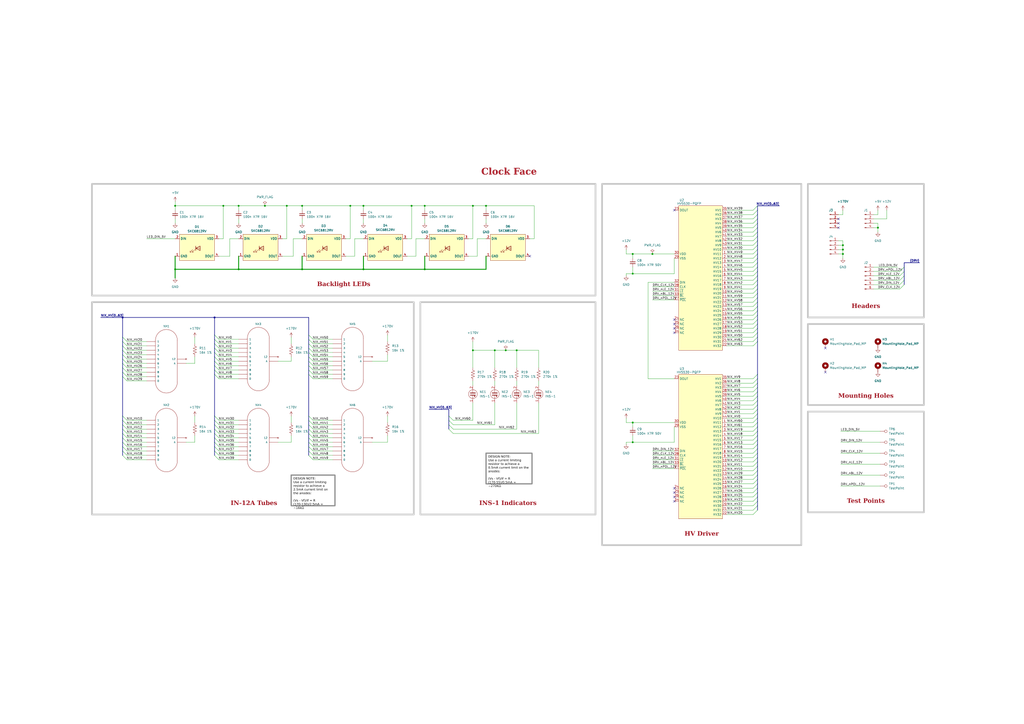
<source format=kicad_sch>
(kicad_sch (version 20231120) (generator "eeschema") (generator_version "8.0")
  (paper "A2")
  (title_block (title "Main") (date "2025-02-19") (rev "1.0"))
  (bus_alias "DRV" (members "CLK_3V3" "MOSI_3V3" "nPOL_3V3" "nLE_3V3" "nBL_3V3"))
  (junction (at 175.26 119.38))
  (junction (at 101.6 119.38))
  (junction (at 367.03 256.54))
  (junction (at 293.37 203.2))
  (junction (at 238.76 119.38))
  (junction (at 246.38 119.38))
  (junction (at 129.54 119.38))
  (junction (at 367.03 158.75))
  (junction (at 274.32 203.2))
  (junction (at 138.43 156.21))
  (junction (at 138.43 119.38))
  (junction (at 378.46 147.32))
  (junction (at 124.46 184.15))
  (junction (at 101.6 156.21))
  (junction (at 246.38 156.21))
  (junction (at 281.94 119.38))
  (junction (at 488.95 147.32))
  (junction (at 71.12 184.15))
  (junction (at 210.82 156.21))
  (junction (at 287.02 203.2))
  (junction (at 488.95 142.24))
  (junction (at 203.2 119.38))
  (junction (at 274.32 119.38))
  (junction (at 509.27 132.08))
  (junction (at 175.26 156.21))
  (junction (at 299.72 203.2))
  (junction (at 367.03 245.11))
  (junction (at 153.67 119.38))
  (junction (at 166.37 119.38))
  (junction (at 488.95 144.78))
  (junction (at 367.03 147.32))
  (junction (at 210.82 119.38))
  (no_connect (at 391.16 288.29))
  (no_connect (at 486.41 129.54))
  (no_connect (at 486.41 127))
  (no_connect (at 391.16 283.21))
  (no_connect (at 486.41 132.08))
  (no_connect (at 391.16 187.96))
  (no_connect (at 391.16 121.92))
  (no_connect (at 478.79 201.93))
  (no_connect (at 391.16 290.83))
  (no_connect (at 391.16 190.5))
  (no_connect (at 478.79 215.9))
  (no_connect (at 307.34 148.59))
  (no_connect (at 391.16 193.04))
  (no_connect (at 391.16 185.42))
  (no_connect (at 391.16 285.75))
  (bus_entry (at 439.42 152.4) (size -2.54 2.54))
  (bus_entry (at 179.07 209.55) (size 2.54 2.54))
  (bus_entry (at 439.42 167.64) (size -2.54 2.54))
  (bus_entry (at 439.42 193.04) (size -2.54 2.54))
  (bus_entry (at 439.42 232.41) (size -2.54 2.54))
  (bus_entry (at 179.07 194.31) (size 2.54 2.54))
  (bus_entry (at 439.42 262.89) (size -2.54 2.54))
  (bus_entry (at 260.35 248.92) (size 2.54 2.54))
  (bus_entry (at 124.46 212.09) (size 2.54 2.54))
  (bus_entry (at 439.42 198.12) (size -2.54 2.54))
  (bus_entry (at 260.35 243.84) (size 2.54 2.54))
  (bus_entry (at 439.42 157.48) (size -2.54 2.54))
  (bus_entry (at 124.46 207.01) (size 2.54 2.54))
  (bus_entry (at 71.12 243.84) (size 2.54 2.54))
  (bus_entry (at 439.42 185.42) (size -2.54 2.54))
  (bus_entry (at 179.07 201.93) (size 2.54 2.54))
  (bus_entry (at 71.12 195.58) (size 2.54 2.54))
  (bus_entry (at 260.35 246.38) (size 2.54 2.54))
  (bus_entry (at 439.42 121.92) (size -2.54 2.54))
  (bus_entry (at 439.42 295.91) (size -2.54 2.54))
  (bus_entry (at 124.46 259.08) (size 2.54 2.54))
  (bus_entry (at 439.42 255.27) (size -2.54 2.54))
  (bus_entry (at 124.46 251.46) (size 2.54 2.54))
  (bus_entry (at 439.42 182.88) (size -2.54 2.54))
  (bus_entry (at 439.42 245.11) (size -2.54 2.54))
  (bus_entry (at 524.51 157.48) (size -2.54 2.54))
  (bus_entry (at 439.42 290.83) (size -2.54 2.54))
  (bus_entry (at 439.42 132.08) (size -2.54 2.54))
  (bus_entry (at 71.12 251.46) (size 2.54 2.54))
  (bus_entry (at 439.42 288.29) (size -2.54 2.54))
  (bus_entry (at 439.42 280.67) (size -2.54 2.54))
  (bus_entry (at 439.42 252.73) (size -2.54 2.54))
  (bus_entry (at 439.42 129.54) (size -2.54 2.54))
  (bus_entry (at 179.07 259.08) (size 2.54 2.54))
  (bus_entry (at 439.42 234.95) (size -2.54 2.54))
  (bus_entry (at 71.12 248.92) (size 2.54 2.54))
  (bus_entry (at 71.12 256.54) (size 2.54 2.54))
  (bus_entry (at 124.46 261.62) (size 2.54 2.54))
  (bus_entry (at 124.46 214.63) (size 2.54 2.54))
  (bus_entry (at 124.46 199.39) (size 2.54 2.54))
  (bus_entry (at 439.42 257.81) (size -2.54 2.54))
  (bus_entry (at 179.07 212.09) (size 2.54 2.54))
  (bus_entry (at 71.12 259.08) (size 2.54 2.54))
  (bus_entry (at 179.07 246.38) (size 2.54 2.54))
  (bus_entry (at 124.46 248.92) (size 2.54 2.54))
  (bus_entry (at 439.42 250.19) (size -2.54 2.54))
  (bus_entry (at 439.42 170.18) (size -2.54 2.54))
  (bus_entry (at 71.12 254) (size 2.54 2.54))
  (bus_entry (at 124.46 194.31) (size 2.54 2.54))
  (bus_entry (at 439.42 172.72) (size -2.54 2.54))
  (bus_entry (at 179.07 243.84) (size 2.54 2.54))
  (bus_entry (at 179.07 251.46) (size 2.54 2.54))
  (bus_entry (at 71.12 210.82) (size 2.54 2.54))
  (bus_entry (at 439.42 175.26) (size -2.54 2.54))
  (bus_entry (at 439.42 180.34) (size -2.54 2.54))
  (bus_entry (at 179.07 204.47) (size 2.54 2.54))
  (bus_entry (at 124.46 209.55) (size 2.54 2.54))
  (bus_entry (at 179.07 217.17) (size 2.54 2.54))
  (bus_entry (at 439.42 229.87) (size -2.54 2.54))
  (bus_entry (at 71.12 264.16) (size 2.54 2.54))
  (bus_entry (at 179.07 264.16) (size 2.54 2.54))
  (bus_entry (at 71.12 218.44) (size 2.54 2.54))
  (bus_entry (at 439.42 242.57) (size -2.54 2.54))
  (bus_entry (at 179.07 256.54) (size 2.54 2.54))
  (bus_entry (at 124.46 254) (size 2.54 2.54))
  (bus_entry (at 71.12 205.74) (size 2.54 2.54))
  (bus_entry (at 71.12 213.36) (size 2.54 2.54))
  (bus_entry (at 524.51 154.94) (size -2.54 2.54))
  (bus_entry (at 179.07 254) (size 2.54 2.54))
  (bus_entry (at 124.46 196.85) (size 2.54 2.54))
  (bus_entry (at 439.42 278.13) (size -2.54 2.54))
  (bus_entry (at 124.46 201.93) (size 2.54 2.54))
  (bus_entry (at 439.42 293.37) (size -2.54 2.54))
  (bus_entry (at 439.42 247.65) (size -2.54 2.54))
  (bus_entry (at 71.12 261.62) (size 2.54 2.54))
  (bus_entry (at 71.12 198.12) (size 2.54 2.54))
  (bus_entry (at 71.12 241.3) (size 2.54 2.54))
  (bus_entry (at 439.42 147.32) (size -2.54 2.54))
  (bus_entry (at 439.42 127) (size -2.54 2.54))
  (bus_entry (at 439.42 285.75) (size -2.54 2.54))
  (bus_entry (at 179.07 214.63) (size 2.54 2.54))
  (bus_entry (at 439.42 190.5) (size -2.54 2.54))
  (bus_entry (at 439.42 227.33) (size -2.54 2.54))
  (bus_entry (at 124.46 241.3) (size 2.54 2.54))
  (bus_entry (at 71.12 246.38) (size 2.54 2.54))
  (bus_entry (at 71.12 200.66) (size 2.54 2.54))
  (bus_entry (at 439.42 224.79) (size -2.54 2.54))
  (bus_entry (at 439.42 273.05) (size -2.54 2.54))
  (bus_entry (at 124.46 243.84) (size 2.54 2.54))
  (bus_entry (at 179.07 241.3) (size 2.54 2.54))
  (bus_entry (at 260.35 241.3) (size 2.54 2.54))
  (bus_entry (at 439.42 219.71) (size -2.54 2.54))
  (bus_entry (at 439.42 270.51) (size -2.54 2.54))
  (bus_entry (at 439.42 275.59) (size -2.54 2.54))
  (bus_entry (at 124.46 217.17) (size 2.54 2.54))
  (bus_entry (at 439.42 119.38) (size -2.54 2.54))
  (bus_entry (at 439.42 142.24) (size -2.54 2.54))
  (bus_entry (at 439.42 265.43) (size -2.54 2.54))
  (bus_entry (at 439.42 149.86) (size -2.54 2.54))
  (bus_entry (at 439.42 144.78) (size -2.54 2.54))
  (bus_entry (at 524.51 162.56) (size -2.54 2.54))
  (bus_entry (at 124.46 264.16) (size 2.54 2.54))
  (bus_entry (at 439.42 137.16) (size -2.54 2.54))
  (bus_entry (at 439.42 217.17) (size -2.54 2.54))
  (bus_entry (at 179.07 199.39) (size 2.54 2.54))
  (bus_entry (at 524.51 165.1) (size -2.54 2.54))
  (bus_entry (at 439.42 195.58) (size -2.54 2.54))
  (bus_entry (at 439.42 162.56) (size -2.54 2.54))
  (bus_entry (at 439.42 139.7) (size -2.54 2.54))
  (bus_entry (at 439.42 240.03) (size -2.54 2.54))
  (bus_entry (at 439.42 124.46) (size -2.54 2.54))
  (bus_entry (at 124.46 204.47) (size 2.54 2.54))
  (bus_entry (at 439.42 187.96) (size -2.54 2.54))
  (bus_entry (at 439.42 177.8) (size -2.54 2.54))
  (bus_entry (at 439.42 237.49) (size -2.54 2.54))
  (bus_entry (at 439.42 267.97) (size -2.54 2.54))
  (bus_entry (at 439.42 154.94) (size -2.54 2.54))
  (bus_entry (at 524.51 160.02) (size -2.54 2.54))
  (bus_entry (at 124.46 256.54) (size 2.54 2.54))
  (bus_entry (at 124.46 246.38) (size 2.54 2.54))
  (bus_entry (at 179.07 196.85) (size 2.54 2.54))
  (bus_entry (at 179.07 248.92) (size 2.54 2.54))
  (bus_entry (at 179.07 207.01) (size 2.54 2.54))
  (bus_entry (at 439.42 222.25) (size -2.54 2.54))
  (bus_entry (at 439.42 165.1) (size -2.54 2.54))
  (bus_entry (at 439.42 134.62) (size -2.54 2.54))
  (bus_entry (at 71.12 203.2) (size 2.54 2.54))
  (bus_entry (at 439.42 260.35) (size -2.54 2.54))
  (bus_entry (at 179.07 261.62) (size 2.54 2.54))
  (bus_entry (at 71.12 215.9) (size 2.54 2.54))
  (bus_entry (at 439.42 160.02) (size -2.54 2.54))
  (bus_entry (at 71.12 208.28) (size 2.54 2.54))
  (bus_entry (at 439.42 283.21) (size -2.54 2.54))
  (wire (pts (xy 436.88 190.5) (xy 421.64 190.5)))
  (wire (pts (xy 127 199.39) (xy 138.43 199.39)))
  (wire (pts (xy 367.03 158.75) (xy 391.16 158.75)))
  (wire (pts (xy 181.61 243.84) (xy 193.04 243.84)))
  (bus (pts (xy 439.42 288.29) (xy 439.42 290.83)))
  (wire (pts (xy 101.6 148.59) (xy 101.6 156.21)) (stroke (width 0.508)))
  (wire (pts (xy 210.82 156.21) (xy 246.38 156.21)) (stroke (width 0.508)))
  (bus (pts (xy 71.12 198.12) (xy 71.12 200.66)))
  (wire (pts (xy 181.61 212.09) (xy 193.04 212.09)))
  (wire (pts (xy 236.22 138.43) (xy 238.76 138.43)))
  (bus (pts (xy 71.12 195.58) (xy 71.12 198.12)))
  (wire (pts (xy 181.61 201.93) (xy 193.04 201.93)))
  (wire (pts (xy 73.66 251.46) (xy 85.09 251.46)))
  (wire (pts (xy 367.03 147.32) (xy 378.46 147.32)))
  (bus (pts (xy 439.42 242.57) (xy 439.42 245.11)))
  (bus (pts (xy 439.42 234.95) (xy 439.42 237.49)))
  (wire (pts (xy 436.88 157.48) (xy 421.64 157.48)))
  (bus (pts (xy 439.42 257.81) (xy 439.42 260.35)))
  (wire (pts (xy 127 256.54) (xy 138.43 256.54)))
  (wire (pts (xy 205.74 148.59) (xy 205.74 138.43)))
  (wire (pts (xy 488.95 124.46) (xy 486.41 124.46)))
  (bus (pts (xy 439.42 177.8) (xy 439.42 180.34)))
  (wire (pts (xy 274.32 233.68) (xy 274.32 243.84)))
  (wire (pts (xy 210.82 119.38) (xy 210.82 121.92)))
  (wire (pts (xy 391.16 247.65) (xy 391.16 256.54)))
  (bus (pts (xy 439.42 152.4) (xy 439.42 154.94)))
  (wire (pts (xy 200.66 138.43) (xy 203.2 138.43)))
  (bus (pts (xy 260.35 241.3) (xy 260.35 243.84)))
  (bus (pts (xy 439.42 217.17) (xy 439.42 219.71)))
  (wire (pts (xy 161.29 256.54) (xy 168.91 256.54)))
  (wire (pts (xy 378.46 168.91) (xy 391.16 168.91)))
  (bus (pts (xy 124.46 199.39) (xy 124.46 201.93)))
  (bus (pts (xy 439.42 132.08) (xy 439.42 134.62)))
  (wire (pts (xy 73.66 264.16) (xy 85.09 264.16)))
  (wire (pts (xy 175.26 148.59) (xy 175.26 156.21)) (stroke (width 0.508)))
  (bus (pts (xy 179.07 199.39) (xy 179.07 201.93)))
  (bus (pts (xy 439.42 187.96) (xy 439.42 190.5)))
  (bus (pts (xy 71.12 259.08) (xy 71.12 261.62)))
  (wire (pts (xy 161.29 209.55) (xy 168.91 209.55)))
  (bus (pts (xy 439.42 267.97) (xy 439.42 270.51)))
  (wire (pts (xy 506.73 127) (xy 514.35 127)))
  (wire (pts (xy 138.43 129.54) (xy 138.43 127)))
  (wire (pts (xy 378.46 269.24) (xy 391.16 269.24)))
  (bus (pts (xy 71.12 215.9) (xy 71.12 218.44)))
  (bus (pts (xy 124.46 217.17) (xy 124.46 241.3)))
  (wire (pts (xy 166.37 119.38) (xy 175.26 119.38)))
  (wire (pts (xy 391.16 149.86) (xy 391.16 158.75)))
  (wire (pts (xy 421.64 255.27) (xy 436.88 255.27)))
  (wire (pts (xy 367.03 245.11) (xy 367.03 247.65)))
  (wire (pts (xy 367.03 154.94) (xy 367.03 158.75)))
  (bus (pts (xy 179.07 217.17) (xy 179.07 241.3)))
  (wire (pts (xy 436.88 234.95) (xy 421.64 234.95)))
  (wire (pts (xy 181.61 204.47) (xy 193.04 204.47)))
  (bus (pts (xy 71.12 210.82) (xy 71.12 213.36)))
  (wire (pts (xy 436.88 132.08) (xy 421.64 132.08)))
  (bus (pts (xy 439.42 240.03) (xy 439.42 242.57)))
  (bus (pts (xy 439.42 227.33) (xy 439.42 229.87)))
  (wire (pts (xy 506.73 157.48) (xy 521.97 157.48)))
  (wire (pts (xy 101.6 156.21) (xy 138.43 156.21)) (stroke (width 0.508)))
  (bus (pts (xy 439.42 142.24) (xy 439.42 144.78)))
  (wire (pts (xy 203.2 119.38) (xy 203.2 138.43)))
  (wire (pts (xy 224.79 205.74) (xy 224.79 209.55)))
  (wire (pts (xy 262.89 246.38) (xy 287.02 246.38)))
  (wire (pts (xy 307.34 138.43) (xy 309.88 138.43)))
  (wire (pts (xy 299.72 203.2) (xy 312.42 203.2)))
  (bus (pts (xy 439.42 139.7) (xy 439.42 142.24)))
  (wire (pts (xy 73.66 213.36) (xy 85.09 213.36)))
  (bus (pts (xy 439.42 283.21) (xy 439.42 285.75)))
  (wire (pts (xy 487.68 269.24) (xy 510.54 269.24)))
  (wire (pts (xy 486.41 139.7) (xy 488.95 139.7)))
  (bus (pts (xy 124.46 201.93) (xy 124.46 204.47)))
  (bus (pts (xy 524.51 152.4) (xy 533.4 152.4)))
  (wire (pts (xy 375.92 219.71) (xy 375.92 163.83)))
  (wire (pts (xy 274.32 203.2) (xy 274.32 213.36)))
  (wire (pts (xy 299.72 220.98) (xy 299.72 223.52)))
  (bus (pts (xy 124.46 251.46) (xy 124.46 254)))
  (wire (pts (xy 181.61 217.17) (xy 193.04 217.17)))
  (wire (pts (xy 436.88 127) (xy 421.64 127)))
  (wire (pts (xy 168.91 209.55) (xy 168.91 207.01)))
  (wire (pts (xy 127 261.62) (xy 138.43 261.62)))
  (wire (pts (xy 436.88 267.97) (xy 421.64 267.97)))
  (wire (pts (xy 421.64 280.67) (xy 436.88 280.67)))
  (bus (pts (xy 248.92 237.49) (xy 260.35 237.49)))
  (wire (pts (xy 127 201.93) (xy 138.43 201.93)))
  (wire (pts (xy 367.03 252.73) (xy 367.03 256.54)))
  (bus (pts (xy 439.42 193.04) (xy 439.42 195.58)))
  (wire (pts (xy 487.68 250.19) (xy 510.54 250.19)))
  (wire (pts (xy 436.88 182.88) (xy 421.64 182.88)))
  (wire (pts (xy 153.67 119.38) (xy 166.37 119.38)))
  (bus (pts (xy 439.42 222.25) (xy 439.42 224.79)))
  (bus (pts (xy 439.42 290.83) (xy 439.42 293.37)))
  (wire (pts (xy 488.95 121.92) (xy 488.95 124.46)))
  (bus (pts (xy 439.42 134.62) (xy 439.42 137.16)))
  (wire (pts (xy 181.61 214.63) (xy 193.04 214.63)))
  (wire (pts (xy 378.46 171.45) (xy 391.16 171.45)))
  (wire (pts (xy 378.46 261.62) (xy 391.16 261.62)))
  (bus (pts (xy 439.42 278.13) (xy 439.42 280.67)))
  (bus (pts (xy 439.42 129.54) (xy 439.42 132.08)))
  (wire (pts (xy 363.22 144.78) (xy 363.22 147.32)))
  (wire (pts (xy 73.66 220.98) (xy 85.09 220.98)))
  (bus (pts (xy 71.12 208.28) (xy 71.12 210.82)))
  (bus (pts (xy 439.42 137.16) (xy 439.42 139.7)))
  (wire (pts (xy 170.18 148.59) (xy 170.18 138.43)))
  (wire (pts (xy 506.73 129.54) (xy 509.27 129.54)))
  (wire (pts (xy 363.22 158.75) (xy 367.03 158.75)))
  (wire (pts (xy 101.6 119.38) (xy 129.54 119.38)))
  (bus (pts (xy 124.46 184.15) (xy 179.07 184.15)))
  (wire (pts (xy 436.88 200.66) (xy 421.64 200.66)))
  (wire (pts (xy 488.95 147.32) (xy 486.41 147.32)))
  (wire (pts (xy 378.46 264.16) (xy 391.16 264.16)))
  (bus (pts (xy 71.12 241.3) (xy 71.12 243.84)))
  (bus (pts (xy 124.46 212.09) (xy 124.46 214.63)))
  (bus (pts (xy 124.46 194.31) (xy 124.46 196.85)))
  (bus (pts (xy 179.07 209.55) (xy 179.07 212.09)))
  (bus (pts (xy 71.12 200.66) (xy 71.12 203.2)))
  (wire (pts (xy 73.66 243.84) (xy 85.09 243.84)))
  (bus (pts (xy 179.07 204.47) (xy 179.07 207.01)))
  (wire (pts (xy 138.43 119.38) (xy 153.67 119.38)))
  (wire (pts (xy 210.82 148.59) (xy 210.82 156.21)) (stroke (width 0.508)))
  (wire (pts (xy 127 212.09) (xy 138.43 212.09)))
  (bus (pts (xy 179.07 256.54) (xy 179.07 259.08)))
  (bus (pts (xy 71.12 261.62) (xy 71.12 264.16)))
  (wire (pts (xy 487.68 262.89) (xy 510.54 262.89)))
  (wire (pts (xy 421.64 260.35) (xy 436.88 260.35)))
  (wire (pts (xy 509.27 121.92) (xy 509.27 124.46)))
  (bus (pts (xy 179.07 248.92) (xy 179.07 251.46)))
  (wire (pts (xy 421.64 193.04) (xy 436.88 193.04)))
  (wire (pts (xy 488.95 149.86) (xy 488.95 147.32)))
  (bus (pts (xy 124.46 214.63) (xy 124.46 217.17)))
  (wire (pts (xy 436.88 219.71) (xy 421.64 219.71)))
  (wire (pts (xy 509.27 129.54) (xy 509.27 132.08)))
  (bus (pts (xy 439.42 175.26) (xy 439.42 177.8)))
  (bus (pts (xy 439.42 144.78) (xy 439.42 147.32)))
  (wire (pts (xy 486.41 144.78) (xy 488.95 144.78)))
  (wire (pts (xy 363.22 256.54) (xy 367.03 256.54)))
  (bus (pts (xy 71.12 256.54) (xy 71.12 259.08)))
  (wire (pts (xy 101.6 119.38) (xy 101.6 121.92)))
  (wire (pts (xy 73.66 256.54) (xy 85.09 256.54)))
  (wire (pts (xy 224.79 241.3) (xy 224.79 245.11)))
  (wire (pts (xy 101.6 156.21) (xy 101.6 161.29)) (stroke (width 0.508)))
  (wire (pts (xy 421.64 240.03) (xy 436.88 240.03)))
  (bus (pts (xy 439.42 280.67) (xy 439.42 283.21)))
  (wire (pts (xy 487.68 281.94) (xy 510.54 281.94)))
  (wire (pts (xy 181.61 248.92) (xy 193.04 248.92)))
  (wire (pts (xy 421.64 232.41) (xy 436.88 232.41)))
  (wire (pts (xy 73.66 246.38) (xy 85.09 246.38)))
  (bus (pts (xy 71.12 203.2) (xy 71.12 205.74)))
  (wire (pts (xy 421.64 278.13) (xy 436.88 278.13)))
  (bus (pts (xy 439.42 172.72) (xy 439.42 175.26)))
  (wire (pts (xy 436.88 227.33) (xy 421.64 227.33)))
  (bus (pts (xy 439.42 247.65) (xy 439.42 250.19)))
  (wire (pts (xy 293.37 203.2) (xy 299.72 203.2)))
  (bus (pts (xy 124.46 204.47) (xy 124.46 207.01)))
  (wire (pts (xy 274.32 203.2) (xy 287.02 203.2)))
  (wire (pts (xy 421.64 288.29) (xy 436.88 288.29)))
  (wire (pts (xy 73.66 261.62) (xy 85.09 261.62)))
  (wire (pts (xy 312.42 220.98) (xy 312.42 223.52)))
  (wire (pts (xy 509.27 134.62) (xy 509.27 132.08)))
  (wire (pts (xy 127 259.08) (xy 138.43 259.08)))
  (wire (pts (xy 127 138.43) (xy 129.54 138.43)))
  (wire (pts (xy 127 196.85) (xy 138.43 196.85)))
  (wire (pts (xy 436.88 129.54) (xy 421.64 129.54)))
  (wire (pts (xy 138.43 148.59) (xy 138.43 156.21)) (stroke (width 0.508)))
  (wire (pts (xy 486.41 142.24) (xy 488.95 142.24)))
  (bus (pts (xy 439.42 232.41) (xy 439.42 234.95)))
  (bus (pts (xy 524.51 152.4) (xy 524.51 154.94)))
  (wire (pts (xy 113.03 252.73) (xy 113.03 256.54)))
  (bus (pts (xy 260.35 237.49) (xy 260.35 241.3)))
  (wire (pts (xy 378.46 173.99) (xy 391.16 173.99)))
  (bus (pts (xy 179.07 207.01) (xy 179.07 209.55)))
  (wire (pts (xy 276.86 138.43) (xy 281.94 138.43)))
  (wire (pts (xy 378.46 147.32) (xy 391.16 147.32)))
  (bus (pts (xy 439.42 162.56) (xy 439.42 165.1)))
  (wire (pts (xy 487.68 275.59) (xy 510.54 275.59)))
  (bus (pts (xy 71.12 213.36) (xy 71.12 215.9)))
  (wire (pts (xy 163.83 138.43) (xy 166.37 138.43)))
  (wire (pts (xy 421.64 198.12) (xy 436.88 198.12)))
  (bus (pts (xy 439.42 165.1) (xy 439.42 167.64)))
  (bus (pts (xy 124.46 254) (xy 124.46 256.54)))
  (bus (pts (xy 260.35 246.38) (xy 260.35 248.92)))
  (wire (pts (xy 168.91 241.3) (xy 168.91 245.11)))
  (bus (pts (xy 124.46 261.62) (xy 124.46 264.16)))
  (bus (pts (xy 439.42 147.32) (xy 439.42 149.86)))
  (wire (pts (xy 271.78 148.59) (xy 276.86 148.59)))
  (wire (pts (xy 168.91 195.58) (xy 168.91 199.39)))
  (wire (pts (xy 312.42 203.2) (xy 312.42 213.36)))
  (wire (pts (xy 436.88 152.4) (xy 421.64 152.4)))
  (wire (pts (xy 436.88 147.32) (xy 421.64 147.32)))
  (wire (pts (xy 73.66 200.66) (xy 85.09 200.66)))
  (wire (pts (xy 506.73 124.46) (xy 509.27 124.46)))
  (bus (pts (xy 524.51 154.94) (xy 524.51 157.48)))
  (wire (pts (xy 421.64 175.26) (xy 436.88 175.26)))
  (wire (pts (xy 436.88 137.16) (xy 421.64 137.16)))
  (wire (pts (xy 421.64 121.92) (xy 436.88 121.92)))
  (wire (pts (xy 129.54 119.38) (xy 138.43 119.38)))
  (bus (pts (xy 124.46 207.01) (xy 124.46 209.55)))
  (wire (pts (xy 421.64 257.81) (xy 436.88 257.81)))
  (wire (pts (xy 299.72 203.2) (xy 299.72 213.36)))
  (wire (pts (xy 73.66 266.7) (xy 85.09 266.7)))
  (wire (pts (xy 421.64 247.65) (xy 436.88 247.65)))
  (bus (pts (xy 439.42 119.38) (xy 439.42 121.92)))
  (wire (pts (xy 73.66 208.28) (xy 85.09 208.28)))
  (bus (pts (xy 71.12 218.44) (xy 71.12 241.3)))
  (bus (pts (xy 439.42 229.87) (xy 439.42 232.41)))
  (wire (pts (xy 421.64 185.42) (xy 436.88 185.42)))
  (wire (pts (xy 436.88 172.72) (xy 421.64 172.72)))
  (wire (pts (xy 299.72 248.92) (xy 299.72 233.68)))
  (wire (pts (xy 506.73 162.56) (xy 521.97 162.56)))
  (bus (pts (xy 179.07 196.85) (xy 179.07 199.39)))
  (wire (pts (xy 274.32 119.38) (xy 281.94 119.38)))
  (wire (pts (xy 181.61 209.55) (xy 193.04 209.55)))
  (wire (pts (xy 210.82 119.38) (xy 238.76 119.38)))
  (wire (pts (xy 274.32 198.12) (xy 274.32 203.2)))
  (bus (pts (xy 524.51 160.02) (xy 524.51 162.56)))
  (wire (pts (xy 73.66 248.92) (xy 85.09 248.92)))
  (wire (pts (xy 488.95 142.24) (xy 488.95 144.78)))
  (wire (pts (xy 488.95 139.7) (xy 488.95 142.24)))
  (bus (pts (xy 179.07 201.93) (xy 179.07 204.47)))
  (bus (pts (xy 439.42 154.94) (xy 439.42 157.48)))
  (wire (pts (xy 181.61 264.16) (xy 193.04 264.16)))
  (wire (pts (xy 138.43 119.38) (xy 138.43 121.92)))
  (bus (pts (xy 179.07 243.84) (xy 179.07 246.38)))
  (wire (pts (xy 181.61 261.62) (xy 193.04 261.62)))
  (bus (pts (xy 124.46 241.3) (xy 124.46 243.84)))
  (wire (pts (xy 436.88 237.49) (xy 421.64 237.49)))
  (wire (pts (xy 363.22 256.54) (xy 363.22 257.81)))
  (wire (pts (xy 113.03 207.01) (xy 113.03 210.82)))
  (wire (pts (xy 166.37 119.38) (xy 166.37 138.43)))
  (bus (pts (xy 439.42 273.05) (xy 439.42 275.59)))
  (wire (pts (xy 73.66 203.2) (xy 85.09 203.2)))
  (wire (pts (xy 436.88 162.56) (xy 421.64 162.56)))
  (wire (pts (xy 127 254) (xy 138.43 254)))
  (bus (pts (xy 71.12 184.15) (xy 124.46 184.15)))
  (wire (pts (xy 363.22 158.75) (xy 363.22 160.02)))
  (wire (pts (xy 436.88 224.79) (xy 421.64 224.79)))
  (bus (pts (xy 71.12 246.38) (xy 71.12 248.92)))
  (wire (pts (xy 421.64 160.02) (xy 436.88 160.02)))
  (wire (pts (xy 181.61 207.01) (xy 193.04 207.01)))
  (bus (pts (xy 439.42 260.35) (xy 439.42 262.89)))
  (wire (pts (xy 200.66 148.59) (xy 205.74 148.59)))
  (wire (pts (xy 85.09 138.43) (xy 101.6 138.43)))
  (wire (pts (xy 436.88 180.34) (xy 421.64 180.34)))
  (bus (pts (xy 439.42 160.02) (xy 439.42 162.56)))
  (wire (pts (xy 215.9 209.55) (xy 224.79 209.55)))
  (wire (pts (xy 421.64 283.21) (xy 436.88 283.21)))
  (wire (pts (xy 436.88 177.8) (xy 421.64 177.8)))
  (wire (pts (xy 107.95 256.54) (xy 113.03 256.54)))
  (wire (pts (xy 421.64 252.73) (xy 436.88 252.73)))
  (bus (pts (xy 439.42 127) (xy 439.42 129.54)))
  (wire (pts (xy 421.64 293.37) (xy 436.88 293.37)))
  (wire (pts (xy 127 266.7) (xy 138.43 266.7)))
  (bus (pts (xy 439.42 157.48) (xy 439.42 160.02)))
  (wire (pts (xy 274.32 119.38) (xy 274.32 138.43)))
  (bus (pts (xy 124.46 256.54) (xy 124.46 259.08)))
  (bus (pts (xy 524.51 162.56) (xy 524.51 165.1)))
  (bus (pts (xy 439.42 185.42) (xy 439.42 187.96)))
  (bus (pts (xy 439.42 219.71) (xy 439.42 222.25)))
  (wire (pts (xy 101.6 129.54) (xy 101.6 127)))
  (wire (pts (xy 181.61 256.54) (xy 193.04 256.54)))
  (wire (pts (xy 262.89 248.92) (xy 299.72 248.92)))
  (bus (pts (xy 124.46 243.84) (xy 124.46 246.38)))
  (wire (pts (xy 287.02 246.38) (xy 287.02 233.68)))
  (wire (pts (xy 363.22 245.11) (xy 367.03 245.11)))
  (wire (pts (xy 276.86 148.59) (xy 276.86 138.43)))
  (wire (pts (xy 421.64 273.05) (xy 436.88 273.05)))
  (wire (pts (xy 367.03 245.11) (xy 391.16 245.11)))
  (wire (pts (xy 287.02 203.2) (xy 293.37 203.2)))
  (wire (pts (xy 421.64 222.25) (xy 436.88 222.25)))
  (bus (pts (xy 439.42 255.27) (xy 439.42 257.81)))
  (bus (pts (xy 124.46 259.08) (xy 124.46 261.62)))
  (wire (pts (xy 421.64 245.11) (xy 436.88 245.11)))
  (bus (pts (xy 439.42 119.38) (xy 452.12 119.38)))
  (wire (pts (xy 421.64 149.86) (xy 436.88 149.86)))
  (wire (pts (xy 421.64 265.43) (xy 436.88 265.43)))
  (wire (pts (xy 421.64 285.75) (xy 436.88 285.75)))
  (bus (pts (xy 179.07 261.62) (xy 179.07 264.16)))
  (wire (pts (xy 238.76 119.38) (xy 246.38 119.38)))
  (wire (pts (xy 168.91 252.73) (xy 168.91 256.54)))
  (bus (pts (xy 439.42 121.92) (xy 439.42 124.46)))
  (wire (pts (xy 175.26 129.54) (xy 175.26 127)))
  (wire (pts (xy 309.88 119.38) (xy 309.88 138.43)))
  (wire (pts (xy 170.18 138.43) (xy 175.26 138.43)))
  (wire (pts (xy 181.61 219.71) (xy 193.04 219.71)))
  (wire (pts (xy 127 217.17) (xy 138.43 217.17)))
  (bus (pts (xy 179.07 184.15) (xy 179.07 194.31)))
  (bus (pts (xy 439.42 275.59) (xy 439.42 278.13)))
  (wire (pts (xy 107.95 210.82) (xy 113.03 210.82)))
  (bus (pts (xy 124.46 184.15) (xy 124.46 194.31)))
  (bus (pts (xy 439.42 224.79) (xy 439.42 227.33)))
  (wire (pts (xy 210.82 129.54) (xy 210.82 127)))
  (wire (pts (xy 436.88 167.64) (xy 421.64 167.64)))
  (bus (pts (xy 71.12 254) (xy 71.12 256.54)))
  (wire (pts (xy 506.73 165.1) (xy 521.97 165.1)))
  (bus (pts (xy 439.42 293.37) (xy 439.42 295.91)))
  (wire (pts (xy 181.61 259.08) (xy 193.04 259.08)))
  (wire (pts (xy 378.46 166.37) (xy 391.16 166.37)))
  (wire (pts (xy 113.03 195.58) (xy 113.03 199.39)))
  (wire (pts (xy 436.88 142.24) (xy 421.64 142.24)))
  (bus (pts (xy 524.51 157.48) (xy 524.51 160.02)))
  (wire (pts (xy 127 204.47) (xy 138.43 204.47)))
  (wire (pts (xy 378.46 266.7) (xy 391.16 266.7)))
  (wire (pts (xy 487.68 256.54) (xy 510.54 256.54)))
  (wire (pts (xy 421.64 262.89) (xy 436.88 262.89)))
  (bus (pts (xy 124.46 248.92) (xy 124.46 251.46)))
  (wire (pts (xy 133.35 148.59) (xy 133.35 138.43)))
  (wire (pts (xy 287.02 203.2) (xy 287.02 213.36)))
  (wire (pts (xy 238.76 119.38) (xy 238.76 138.43)))
  (wire (pts (xy 281.94 119.38) (xy 309.88 119.38)))
  (bus (pts (xy 439.42 250.19) (xy 439.42 252.73)))
  (wire (pts (xy 436.88 242.57) (xy 421.64 242.57)))
  (wire (pts (xy 127 214.63) (xy 138.43 214.63)))
  (bus (pts (xy 179.07 241.3) (xy 179.07 243.84)))
  (wire (pts (xy 73.66 254) (xy 85.09 254)))
  (wire (pts (xy 246.38 148.59) (xy 246.38 156.21)) (stroke (width 0.508)))
  (bus (pts (xy 179.07 254) (xy 179.07 256.54)))
  (wire (pts (xy 181.61 254) (xy 193.04 254)))
  (wire (pts (xy 181.61 251.46) (xy 193.04 251.46)))
  (bus (pts (xy 260.35 243.84) (xy 260.35 246.38)))
  (wire (pts (xy 224.79 252.73) (xy 224.79 256.54)))
  (wire (pts (xy 127 219.71) (xy 138.43 219.71)))
  (wire (pts (xy 274.32 220.98) (xy 274.32 223.52)))
  (bus (pts (xy 439.42 170.18) (xy 439.42 172.72)))
  (bus (pts (xy 58.42 184.15) (xy 71.12 184.15)))
  (bus (pts (xy 179.07 214.63) (xy 179.07 217.17)))
  (wire (pts (xy 175.26 156.21) (xy 210.82 156.21)) (stroke (width 0.508)))
  (wire (pts (xy 421.64 295.91) (xy 436.88 295.91)))
  (wire (pts (xy 436.88 250.19) (xy 421.64 250.19)))
  (wire (pts (xy 241.3 148.59) (xy 241.3 138.43)))
  (wire (pts (xy 203.2 119.38) (xy 210.82 119.38)))
  (wire (pts (xy 506.73 167.64) (xy 521.97 167.64)))
  (wire (pts (xy 73.66 218.44) (xy 85.09 218.44)))
  (wire (pts (xy 436.88 154.94) (xy 421.64 154.94)))
  (wire (pts (xy 246.38 156.21) (xy 281.94 156.21)) (stroke (width 0.508)))
  (bus (pts (xy 439.42 237.49) (xy 439.42 240.03)))
  (bus (pts (xy 71.12 251.46) (xy 71.12 254)))
  (bus (pts (xy 124.46 246.38) (xy 124.46 248.92)))
  (wire (pts (xy 375.92 163.83) (xy 391.16 163.83)))
  (bus (pts (xy 71.12 248.92) (xy 71.12 251.46)))
  (wire (pts (xy 127 264.16) (xy 138.43 264.16)))
  (bus (pts (xy 439.42 149.86) (xy 439.42 152.4)))
  (wire (pts (xy 163.83 148.59) (xy 170.18 148.59)))
  (wire (pts (xy 363.22 147.32) (xy 367.03 147.32)))
  (wire (pts (xy 421.64 298.45) (xy 436.88 298.45)))
  (bus (pts (xy 439.42 285.75) (xy 439.42 288.29)))
  (bus (pts (xy 179.07 194.31) (xy 179.07 196.85)))
  (bus (pts (xy 179.07 251.46) (xy 179.07 254)))
  (wire (pts (xy 224.79 194.31) (xy 224.79 198.12)))
  (wire (pts (xy 127 207.01) (xy 138.43 207.01)))
  (bus (pts (xy 71.12 243.84) (xy 71.12 246.38)))
  (wire (pts (xy 181.61 266.7) (xy 193.04 266.7)))
  (bus (pts (xy 439.42 180.34) (xy 439.42 182.88)))
  (wire (pts (xy 271.78 138.43) (xy 274.32 138.43)))
  (wire (pts (xy 175.26 119.38) (xy 203.2 119.38)))
  (wire (pts (xy 133.35 138.43) (xy 138.43 138.43)))
  (wire (pts (xy 246.38 119.38) (xy 274.32 119.38)))
  (wire (pts (xy 367.03 147.32) (xy 367.03 149.86)))
  (wire (pts (xy 421.64 290.83) (xy 436.88 290.83)))
  (wire (pts (xy 113.03 241.3) (xy 113.03 245.11)))
  (wire (pts (xy 205.74 138.43) (xy 210.82 138.43)))
  (wire (pts (xy 127 246.38) (xy 138.43 246.38)))
  (wire (pts (xy 520.7 154.94) (xy 506.73 154.94)))
  (wire (pts (xy 421.64 124.46) (xy 436.88 124.46)))
  (wire (pts (xy 436.88 144.78) (xy 421.64 144.78)))
  (wire (pts (xy 436.88 139.7) (xy 421.64 139.7)))
  (wire (pts (xy 138.43 156.21) (xy 175.26 156.21)) (stroke (width 0.508)))
  (bus (pts (xy 439.42 124.46) (xy 439.42 127)))
  (wire (pts (xy 378.46 271.78) (xy 391.16 271.78)))
  (bus (pts (xy 439.42 265.43) (xy 439.42 267.97)))
  (bus (pts (xy 71.12 205.74) (xy 71.12 208.28)))
  (wire (pts (xy 181.61 196.85) (xy 193.04 196.85)))
  (bus (pts (xy 124.46 196.85) (xy 124.46 199.39)))
  (wire (pts (xy 246.38 129.54) (xy 246.38 127)))
  (bus (pts (xy 439.42 245.11) (xy 439.42 247.65)))
  (wire (pts (xy 101.6 119.38) (xy 101.6 116.84)))
  (wire (pts (xy 215.9 256.54) (xy 224.79 256.54)))
  (wire (pts (xy 73.66 259.08) (xy 85.09 259.08)))
  (wire (pts (xy 281.94 148.59) (xy 281.94 156.21)) (stroke (width 0.508)))
  (wire (pts (xy 367.03 256.54) (xy 391.16 256.54)))
  (wire (pts (xy 127 209.55) (xy 138.43 209.55)))
  (wire (pts (xy 509.27 132.08) (xy 506.73 132.08)))
  (bus (pts (xy 439.42 262.89) (xy 439.42 265.43)))
  (wire (pts (xy 421.64 275.59) (xy 436.88 275.59)))
  (bus (pts (xy 71.12 184.15) (xy 71.12 195.58)))
  (wire (pts (xy 436.88 195.58) (xy 421.64 195.58)))
  (wire (pts (xy 127 243.84) (xy 138.43 243.84)))
  (wire (pts (xy 391.16 219.71) (xy 375.92 219.71)))
  (bus (pts (xy 439.42 182.88) (xy 439.42 185.42)))
  (wire (pts (xy 262.89 251.46) (xy 312.42 251.46)))
  (bus (pts (xy 439.42 198.12) (xy 439.42 217.17)))
  (bus (pts (xy 439.42 270.51) (xy 439.42 273.05)))
  (wire (pts (xy 287.02 220.98) (xy 287.02 223.52)))
  (wire (pts (xy 246.38 119.38) (xy 246.38 121.92)))
  (wire (pts (xy 436.88 187.96) (xy 421.64 187.96)))
  (wire (pts (xy 488.95 144.78) (xy 488.95 147.32)))
  (wire (pts (xy 281.94 129.54) (xy 281.94 127)))
  (bus (pts (xy 439.42 190.5) (xy 439.42 193.04)))
  (wire (pts (xy 236.22 148.59) (xy 241.3 148.59)))
  (wire (pts (xy 127 148.59) (xy 133.35 148.59)))
  (wire (pts (xy 73.66 210.82) (xy 85.09 210.82)))
  (wire (pts (xy 73.66 215.9) (xy 85.09 215.9)))
  (wire (pts (xy 73.66 198.12) (xy 85.09 198.12)))
  (bus (pts (xy 439.42 167.64) (xy 439.42 170.18)))
  (bus (pts (xy 124.46 209.55) (xy 124.46 212.09)))
  (wire (pts (xy 436.88 165.1) (xy 421.64 165.1)))
  (wire (pts (xy 281.94 119.38) (xy 281.94 121.92)))
  (wire (pts (xy 181.61 246.38) (xy 193.04 246.38)))
  (wire (pts (xy 127 251.46) (xy 138.43 251.46)))
  (wire (pts (xy 73.66 205.74) (xy 85.09 205.74)))
  (bus (pts (xy 179.07 259.08) (xy 179.07 261.62)))
  (wire (pts (xy 436.88 229.87) (xy 421.64 229.87)))
  (wire (pts (xy 312.42 251.46) (xy 312.42 233.68)))
  (wire (pts (xy 421.64 170.18) (xy 436.88 170.18)))
  (wire (pts (xy 363.22 242.57) (xy 363.22 245.11)))
  (wire (pts (xy 262.89 243.84) (xy 274.32 243.84)))
  (wire (pts (xy 181.61 199.39) (xy 193.04 199.39)))
  (bus (pts (xy 179.07 246.38) (xy 179.07 248.92)))
  (wire (pts (xy 175.26 119.38) (xy 175.26 121.92)))
  (bus (pts (xy 179.07 212.09) (xy 179.07 214.63)))
  (wire (pts (xy 241.3 138.43) (xy 246.38 138.43)))
  (wire (pts (xy 506.73 160.02) (xy 521.97 160.02)))
  (wire (pts (xy 421.64 270.51) (xy 436.88 270.51)))
  (wire (pts (xy 514.35 121.92) (xy 514.35 127)))
  (wire (pts (xy 421.64 134.62) (xy 436.88 134.62)))
  (wire (pts (xy 127 248.92) (xy 138.43 248.92)))
  (wire (pts (xy 129.54 119.38) (xy 129.54 138.43)))
  (bus (pts (xy 439.42 252.73) (xy 439.42 255.27)))
  (bus (pts (xy 439.42 195.58) (xy 439.42 198.12)))
  (rectangle (start 468.63 106.68) (end 535.94 184.15) (stroke (width 1.016) (color 200 200 200 1)))
  (rectangle (start 468.63 238.76) (end 535.94 297.18) (stroke (width 1.016) (color 200 200 200 1)))
  (rectangle (start 53.34 106.68) (end 345.44 171.45) (stroke (width 1.016) (color 200 200 200 1)))
  (rectangle (start 53.34 175.26) (end 240.03 298.45) (stroke (width 1.016) (color 200 200 200 1)))
  (rectangle (start 349.25 106.68) (end 464.82 316.23) (stroke (width 1.016) (color 200 200 200 1)))
  (rectangle (start 243.84 175.26) (end 345.44 298.45) (stroke (width 1.016) (color 200 200 200 1)))
  (rectangle (start 468.63 187.96) (end 535.94 234.95) (stroke (width 1.016) (color 200 200 200 1)))
  (text_box "HV Driver" (at 349.25 306.07 0) (size 115.57 6.985) (stroke (width -0.0001)) (effects (font (size 2.54 2.54) (thickness 0.508) (bold yes)) (justify bottom)))
  (text_box "Headers" (at 468.63 173.99 0) (size 67.31 6.985) (stroke (width -0.0001)) (effects (font (size 2.54 2.54) (thickness 0.508) (bold yes)) (justify bottom)))
  (text_box "DESIGN NOTE:\nUse a current limiting resistor to achieve a 2.5mA current limit on the anodes:\n\n(Vs - Vf)/If = R\n(170-130)/2.5mA = ~16kΩ" (at 168.91 275.59 0) (size 25.4 17.78) (stroke (width 0.635) (color 132 132 132 1)) (effects (font (size 1.27 1.27) (thickness 0.1588)) (justify left top)))
  (text_box "Test Points" (at 468.63 284.48 0) (size 67.31 9.525) (stroke (width -0.0001)) (effects (font (size 2.54 2.54) (thickness 0.508) (bold yes)) (justify bottom)))
  (text_box "Mounting Holes" (at 468.63 223.52 0) (size 67.31 9.525) (stroke (width -0.0001)) (effects (font (size 2.54 2.54) (thickness 0.508) (bold yes)) (justify bottom)))
  (text_box "INS-1 Indicators" (at 243.84 285.75 0) (size 101.6 9.525) (stroke (width -0.0001)) (effects (font (size 2.54 2.54) (thickness 0.508) (bold yes)) (justify bottom)))
  (text_box "DESIGN NOTE:\nUse a current limiting resistor to achieve a 0.5mA current limit on the anodes:\n\n(Vs - Vf)/If = R\n(170-55)/0.5mA = ~270KΩ" (at 281.94 262.89 0) (size 26.67 17.78) (stroke (width 0.635) (color 132 132 132 1)) (effects (font (size 1.27 1.27) (thickness 0.1588)) (justify left top)))
  (text_box "Backlight LEDs\n" (at 53.34 158.75 0) (size 292.1 9.525) (stroke (width -0.0001)) (effects (font (size 2.54 2.54) (thickness 0.508) (bold yes)) (justify bottom)))
  (text_box "Clock Face" (at 53.34 95.25 0) (size 483.87 9.525) (stroke (width -0.0001)) (effects (font (size 3.81 3.81) (thickness 0.508) (bold yes)) (justify bottom)))
  (text_box "IN-12A Tubes" (at 54.61 285.75 0) (size 185.42 9.525) (stroke (width -0.0001)) (effects (font (size 2.54 2.54) (thickness 0.508) (bold yes)) (justify bottom)))
  (label "NIX_HV34" (at 135.89 254 180))
  (label "DRV_CLK_12V" (at 378.46 264.16 0))
  (label "LED_DIN_5V" (at 85.09 138.43 0))
  (label "NIX_HV2" (at 134.62 201.93 180))
  (label "NIX_HV17" (at 82.55 261.62 180))
  (label "NIX_HV47" (at 421.64 152.4 0))
  (label "DRV_nBL_12V" (at 487.68 275.59 0))
  (label "NIX_HV25" (at 421.64 288.29 0))
  (label "NIX_HV57" (at 190.5 214.63 180))
  (label "NIX_HV29" (at 421.64 275.59 0))
  (label "NIX_HV20" (at 82.55 198.12 180))
  (label "NIX_HV35" (at 421.64 132.08 0))
  (label "NIX_HV[0..63]" (at 452.12 119.38 180) (effects (font (thickness 0.254) (bold yes))))
  (label "NIX_HV20" (at 421.64 298.45 0))
  (label "NIX_HV3" (at 134.62 204.47 180))
  (label "NIX_HV40" (at 421.64 170.18 0))
  (label "NIX_HV15" (at 421.64 262.89 0))
  (label "NIX_HV33" (at 135.89 251.46 180))
  (label "NIX_HV54" (at 421.64 185.42 0))
  (label "NIX_HV32" (at 135.89 248.92 180))
  (label "NIX_HV15" (at 82.55 256.54 180))
  (label "NIX_HV31" (at 135.89 246.38 180))
  (label "NIX_HV23" (at 82.55 205.74 180))
  (label "NIX_HV26" (at 421.64 285.75 0))
  (label "NIX_HV14" (at 82.55 254 180))
  (label "NIX_HV24" (at 82.55 208.28 180))
  (label "DRV_DIN_12V" (at 487.68 256.54 0))
  (label "NIX_HV[0..63]" (at 248.92 237.49 0) (effects (font (thickness 0.254) (bold yes))))
  (label "NIX_HV0" (at 134.62 196.85 180))
  (label "NIX_HV37" (at 421.64 127 0))
  (label "NIX_HV58" (at 190.5 217.17 180))
  (label "DRV_DIN_12V" (at 378.46 261.62 0))
  (label "NIX_HV35" (at 135.89 256.54 180))
  (label "NIX_HV6" (at 134.62 212.09 180))
  (label "NIX_HV55" (at 190.5 209.55 180))
  (label "NIX_HV62" (at 298.45 248.92 180))
  (label "NIX_HV59" (at 421.64 172.72 0))
  (label "NIX_HV46" (at 421.64 154.94 0))
  (label "NIX_HV26" (at 82.55 213.36 180))
  (label "NIX_HV40" (at 190.5 243.84 180))
  (label "NIX_HV7" (at 134.62 214.63 180))
  (label "DRV_nLE_12V" (at 378.46 266.7 0))
  (label "NIX_HV42" (at 190.5 248.92 180))
  (label "NIX_HV53" (at 190.5 204.47 180))
  (label "NIX_HV42" (at 421.64 165.1 0))
  (label "NIX_HV36" (at 421.64 129.54 0))
  (label "LED_DIN_5V" (at 520.7 154.94 180))
  (label "NIX_HV30" (at 421.64 144.78 0))
  (label "NIX_HV44" (at 190.5 254 180))
  (label "DRV_nBL_12V" (at 509.27 162.56 0))
  (label "NIX_HV47" (at 190.5 261.62 180))
  (label "NIX_HV43" (at 190.5 251.46 180))
  (label "NIX_HV39" (at 135.89 266.7 180))
  (label "NIX_HV34" (at 421.64 134.62 0))
  (label "NIX_HV10" (at 82.55 243.84 180))
  (label "NIX_HV45" (at 421.64 157.48 0))
  (label "NIX_HV5" (at 421.64 229.87 0))
  (label "NIX_HV25" (at 82.55 210.82 180))
  (label "DRV_nPOL_12V" (at 487.68 281.94 0))
  (label "NIX_HV21" (at 82.55 200.66 180))
  (label "NIX_HV22" (at 82.55 203.2 180))
  (label "NIX_HV28" (at 82.55 218.44 180))
  (label "NIX_HV37" (at 135.89 261.62 180))
  (label "NIX_HV1" (at 134.62 199.39 180))
  (label "NIX_HV17" (at 421.64 255.27 0))
  (label "DRV_nLE_12V" (at 487.68 269.24 0))
  (label "NIX_HV38" (at 421.64 124.46 0))
  (label "NIX_HV46" (at 190.5 259.08 180))
  (label "NIX_HV59" (at 190.5 219.71 180))
  (label "DRV_nBL_12V" (at 378.46 269.24 0))
  (label "NIX_HV62" (at 421.64 198.12 0))
  (label "DRV_nPOL_12V" (at 378.46 271.78 0))
  (label "NIX_HV29" (at 82.55 220.98 180))
  (label "NIX_HV30" (at 135.89 243.84 180))
  (label "NIX_HV56" (at 421.64 180.34 0))
  (label "NIX_HV58" (at 421.64 175.26 0))
  (label "NIX_HV50" (at 190.5 196.85 180))
  (label "{DRV}" (at 533.4 152.4 180) (effects (font (thickness 0.254) (bold yes))))
  (label "NIX_HV16" (at 421.64 260.35 0))
  (label "NIX_HV23" (at 421.64 290.83 0))
  (label "DRV_nPOL_12V" (at 509.27 157.48 0))
  (label "NIX_HV11" (at 421.64 270.51 0))
  (label "NIX_HV53" (at 421.64 187.96 0))
  (label "DRV_CLK_12V" (at 487.68 262.89 0))
  (label "NIX_HV13" (at 421.64 257.81 0))
  (label "DRV_nLE_12V" (at 509.27 160.02 0))
  (label "NIX_HV21" (at 421.64 295.91 0))
  (label "DRV_DIN_12V" (at 509.27 165.1 0))
  (label "NIX_HV24" (at 421.64 283.21 0))
  (label "NIX_HV36" (at 135.89 259.08 180))
  (label "NIX_HV22" (at 421.64 293.37 0))
  (label "DRV_CLK_12V" (at 509.27 167.64 0))
  (label "NIX_HV19" (at 421.64 250.19 0))
  (label "NIX_HV61" (at 285.75 246.38 180))
  (label "DRV_nPOL_12V" (at 378.46 173.99 0))
  (label "NIX_HV4" (at 421.64 232.41 0))
  (label "NIX_HV39" (at 421.64 121.92 0))
  (label "NIX_HV4" (at 134.62 207.01 180))
  (label "NIX_HV55" (at 421.64 182.88 0))
  (label "NIX_HV38" (at 135.89 264.16 180))
  (label "NIX_HV8" (at 134.62 217.17 180))
  (label "NIX_HV14" (at 421.64 265.43 0))
  (label "NIX_HV51" (at 421.64 193.04 0))
  (label "NIX_HV60" (at 273.05 243.84 180))
  (label "DRV_nBL_12V" (at 378.46 171.45 0))
  (label "NIX_HV12" (at 82.55 248.92 180))
  (label "NIX_HV16" (at 82.55 259.08 180))
  (label "DRV_nLE_12V" (at 378.46 168.91 0))
  (label "NIX_HV5" (at 134.62 209.55 180))
  (label "NIX_HV0" (at 421.64 242.57 0))
  (label "LED_DIN_5V" (at 487.68 250.19 0))
  (label "NIX_HV27" (at 82.55 215.9 180))
  (label "NIX_HV18" (at 421.64 252.73 0))
  (label "NIX_HV63" (at 311.15 251.46 180))
  (label "NIX_HV10" (at 421.64 273.05 0))
  (label "NIX_HV43" (at 421.64 162.56 0))
  (label "NIX_HV61" (at 421.64 247.65 0))
  (label "NIX_HV6" (at 421.64 227.33 0))
  (label "NIX_HV49" (at 190.5 266.7 180))
  (label "NIX_HV48" (at 190.5 264.16 180))
  (label "NIX_HV57" (at 421.64 177.8 0))
  (label "NIX_HV18" (at 82.55 264.16 180))
  (label "NIX_HV[0..63]" (at 58.42 184.15 0) (effects (font (thickness 0.254) (bold yes))))
  (label "NIX_HV28" (at 421.64 278.13 0))
  (label "NIX_HV41" (at 190.5 246.38 180))
  (label "NIX_HV63" (at 421.64 200.66 0))
  (label "NIX_HV13" (at 82.55 251.46 180))
  (label "NIX_HV11" (at 82.55 246.38 180))
  (label "NIX_HV31" (at 421.64 142.24 0))
  (label "NIX_HV9" (at 134.62 219.71 180))
  (label "NIX_HV54" (at 190.5 207.01 180))
  (label "NIX_HV3" (at 421.64 234.95 0))
  (label "NIX_HV19" (at 82.55 266.7 180))
  (label "NIX_HV1" (at 421.64 240.03 0))
  (label "NIX_HV9" (at 421.64 219.71 0))
  (label "NIX_HV27" (at 421.64 280.67 0))
  (label "NIX_HV41" (at 421.64 167.64 0))
  (label "NIX_HV8" (at 421.64 222.25 0))
  (label "DRV_CLK_12V" (at 378.46 166.37 0))
  (label "NIX_HV32" (at 421.64 139.7 0))
  (label "NIX_HV45" (at 190.5 256.54 180))
  (label "NIX_HV48" (at 421.64 149.86 0))
  (label "NIX_HV51" (at 190.5 199.39 180))
  (label "NIX_HV60" (at 421.64 245.11 0))
  (label "NIX_HV52" (at 190.5 201.93 180))
  (label "NIX_HV44" (at 421.64 160.02 0))
  (label "NIX_HV12" (at 421.64 267.97 0))
  (label "NIX_HV7" (at 421.64 224.79 0))
  (label "NIX_HV2" (at 421.64 237.49 0))
  (label "NIX_HV49" (at 421.64 147.32 0))
  (label "NIX_HV50" (at 421.64 195.58 0))
  (label "NIX_HV56" (at 190.5 212.09 180))
  (label "NIX_HV52" (at 421.64 190.5 0))
  (label "NIX_HV33" (at 421.64 137.16 0))
  (symbol (lib_id "power:+12V") (at 363.22 242.57 0) (unit 1)
    (property "Reference" "#PWR077" (effects (hide yes)))
    (property "Value" "+12V" (at 363.22 237.49 0))
    (property "Description" "Power symbol creates a global label with name \"+12V\"" (effects (hide yes)))
  )
  (symbol (lib_id "Nixie_Library:SKC6812RV") (at 175.26 133.35 0) (unit 1)
    (property "Reference" "D3" (at 187.706 131.064 0))
    (property "Value" "SKC6812RV" (at 187.706 133.604 0))
    (property "Footprint" "Nixie Library:SKC6812RV" (effects (hide yes)))
    (property "Datasheet" "https://cdn-shop.adafruit.com/product-files/1461/SKC6812RV__12VOP0274E_REV.A1_EN+PID+1461.pdf" (effects (hide yes)))
    (property "Description" "Programmable LED" (effects (hide yes)))
    (instances (project "Nixie_Clock_V1" (path "" (reference "D3") (unit 1))) (project "Nixie_Clock_V1" (path "" (reference "D12") (unit 1))))
  )
  (symbol (lib_id "Nixie_Library:SKC6812RV") (at 281.94 133.35 0) (unit 1)
    (property "Reference" "D6" (at 294.64 131.318 0))
    (property "Value" "SKC6812RV" (at 294.64 133.858 0))
    (property "Footprint" "Nixie Library:SKC6812RV" (effects (hide yes)))
    (property "Datasheet" "https://cdn-shop.adafruit.com/product-files/1461/SKC6812RV__12VOP0274E_REV.A1_EN+PID+1461.pdf" (effects (hide yes)))
    (property "Description" "Programmable LED" (effects (hide yes)))
    (instances (project "Nixie_Clock_V1" (path "" (reference "D6") (unit 1))) (project "Nixie_Clock_V1" (path "" (reference "D15") (unit 1))))
  )
  (symbol (lib_id "Nixie_Library:SKC6812RV") (at 138.43 133.35 0) (unit 1)
    (property "Reference" "D2" (at 151.13 131.318 0))
    (property "Value" "SKC6812RV" (at 151.13 133.858 0))
    (property "Footprint" "Nixie Library:SKC6812RV" (effects (hide yes)))
    (property "Datasheet" "https://cdn-shop.adafruit.com/product-files/1461/SKC6812RV__12VOP0274E_REV.A1_EN+PID+1461.pdf" (effects (hide yes)))
    (property "Description" "Programmable LED" (effects (hide yes)))
    (instances (project "Nixie_Clock_V1" (path "" (reference "D2") (unit 1))) (project "Nixie_Clock_V1" (path "" (reference "D11") (unit 1))))
  )
  (symbol (lib_id "Connector:Conn_01x04_Pin") (at 481.33 127 0) (unit 1)
    (property "Reference" "J3" (at 481.965 121.92 0))
    (property "Value" "Conn_01x04_Pin" (effects (hide yes)))
    (property "Footprint" "Connector_PinHeader_2.54mm:PinHeader_1x04_P2.54mm_Vertical" (effects (hide yes)))
    (property "Description" "Generic connector, single row, 01x04, script generated" (effects (hide yes)))
  )
  (symbol (lib_id "Device:Lamp_Neon") (at 312.42 228.6 0) (unit 1)
    (property "Reference" "NE4" (at 316.23 227.3299 0) (effects (justify left)))
    (property "Value" "INS-1" (at 316.23 229.8699 0) (effects (justify left)))
    (property "Footprint" "Nixie_Library:INS_1" (effects (hide yes)))
    (property "Datasheet" "https://www.tube-tester.com/sites/nixie/dat_arch/INS-1.pdf" (effects (hide yes)))
    (property "Description" "Neon lamp" (effects (hide yes)))
  )
  (symbol (lib_id "Device:Lamp_Neon") (at 287.02 228.6 0) (unit 1)
    (property "Reference" "NE2" (at 290.83 227.3299 0) (effects (justify left)))
    (property "Value" "INS-1" (at 290.83 229.8699 0) (effects (justify left)))
    (property "Footprint" "Nixie_Library:INS_1" (effects (hide yes)))
    (property "Datasheet" "https://www.tube-tester.com/sites/nixie/dat_arch/INS-1.pdf" (effects (hide yes)))
    (property "Description" "Neon lamp" (effects (hide yes)))
  )
  (symbol (lib_id "power:GND") (at 246.38 129.54 0) (unit 1)
    (property "Reference" "#PWR068" (effects (hide yes)))
    (property "Value" "GND" (at 246.38 134.62 0))
    (property "Description" "Power symbol creates a global label with name \"GND\" , ground" (effects (hide yes)))
  )
  (symbol (lib_id "Device:Lamp_Neon") (at 274.32 228.6 0) (unit 1)
    (property "Reference" "NE1" (at 278.13 227.3299 0) (effects (justify left)))
    (property "Value" "INS-1" (at 278.13 229.8699 0) (effects (justify left)))
    (property "Footprint" "Nixie_Library:INS_1" (effects (hide yes)))
    (property "Datasheet" "https://www.tube-tester.com/sites/nixie/dat_arch/INS-1.pdf" (effects (hide yes)))
    (property "Description" "Neon lamp" (effects (hide yes)))
  )
  (symbol (lib_id "power:VDD") (at 488.95 121.92 0) (mirror y) (unit 1)
    (property "Reference" "#PWR2" (effects (hide yes)))
    (property "Value" "+170V" (at 488.95 116.84 0))
    (property "Description" "Power symbol creates a global label with name \"170V+\"" (effects (hide yes)))
  )
  (symbol (lib_id "Connector:TestPoint") (at 510.54 275.59 270) (unit 1)
    (property "Reference" "TP2" (at 515.62 274.32 90) (effects (justify left)))
    (property "Value" "TestPoint" (at 515.62 276.86 90) (effects (justify left)))
    (property "Footprint" "TestPoint:TestPoint_THTPad_D1.0mm_Drill0.5mm" (effects (hide yes)))
    (property "Description" "test point" (effects (hide yes)))
  )
  (symbol (lib_id "Device:C_Small") (at 367.03 250.19 0) (unit 1)
    (property "Reference" "C9" (at 369.57 248.9263 0) (effects (justify left)))
    (property "Value" "100n X7R 50V" (at 369.57 251.4663 0) (effects (justify left)))
    (property "Footprint" "Capacitor_SMD:C_0603_1608Metric_Pad1.08x0.95mm_HandSolder" (effects (hide yes)))
    (property "Datasheet" "https://www.yageo.com/upload/media/product/productsearch/datasheet/mlcc/UPY-GPHC_X7R_6.3V-to-250V_24.pdf" (effects (hide yes)))
    (property "Description" "CAP CER 0.1UF 50V X7R 0603" (effects (hide yes)))
    (property "Part No." "CC0603KRX7R9BB104" (effects (hide yes)))
    (instances (project "Nixie_Clock_V1" (path "" (reference "C9") (unit 1))) (project "Nixie_Clock_V1" (path "" (reference "C36") (unit 1))))
  )
  (symbol (lib_id "power:+12V") (at 363.22 144.78 0) (unit 1)
    (property "Reference" "#PWR075" (effects (hide yes)))
    (property "Value" "+12V" (at 363.22 139.7 0))
    (property "Description" "Power symbol creates a global label with name \"+12V\"" (effects (hide yes)))
  )
  (symbol (lib_id "Nixie_Library:SKC6812RV") (at 210.82 133.35 0) (unit 1)
    (property "Reference" "D4" (at 223.52 130.81 0))
    (property "Value" "SKC6812RV" (at 223.52 133.35 0))
    (property "Footprint" "Nixie Library:SKC6812RV" (effects (hide yes)))
    (property "Datasheet" "https://cdn-shop.adafruit.com/product-files/1461/SKC6812RV__12VOP0274E_REV.A1_EN+PID+1461.pdf" (effects (hide yes)))
    (property "Description" "Programmable LED" (effects (hide yes)))
    (instances (project "Nixie_Clock_V1" (path "" (reference "D4") (unit 1))) (project "Nixie_Clock_V1" (path "" (reference "D13") (unit 1))))
  )
  (symbol (lib_id "power:+5V") (at 509.27 121.92 0) (unit 1)
    (property "Reference" "#PWR3" (effects (hide yes)))
    (property "Value" "+5V" (at 509.27 116.84 0))
    (property "Description" "Power symbol creates a global label with name \"+5V\"" (effects (hide yes)))
  )
  (symbol (lib_id "power:GND") (at 488.95 149.86 0) (unit 1)
    (property "Reference" "#PWR5" (effects (hide yes)))
    (property "Value" "GND" (at 488.95 154.94 0))
    (property "Description" "Power symbol creates a global label with name \"GND\" , ground" (effects (hide yes)))
  )
  (symbol (lib_id "power:GND") (at 509.27 201.93 0) (unit 1)
    (property "Reference" "#PWR081" (effects (hide yes)))
    (property "Value" "GND" (at 509.27 207.01 0))
    (property "Description" "Power symbol creates a global label with name \"GND\" , ground" (effects (hide yes)))
  )
  (symbol (lib_id "power:VDD") (at 113.03 195.58 0) (unit 1)
    (property "Reference" "#PWR054" (effects (hide yes)))
    (property "Value" "+170V" (at 113.03 190.5 0))
    (property "Description" "Power symbol creates a global label with name \"170V+\"" (effects (hide yes)))
  )
  (symbol (lib_id "Nixies_US:IN-12A") (at 97.79 256.54 0) (unit 1)
    (property "Reference" "NX2" (at 96.52 234.95 0) (effects (font (size 1.143 1.143))))
    (property "Value" "IN-12A" (effects (hide yes)))
    (property "Footprint" "Nixie_Library:IN_12A" (effects (hide yes)))
    (property "Datasheet" "https://drive.google.com/file/d/1VCBgA3ZlsqFrKxp0Fkk9OuxMdr5gytET/view" (effects (hide yes)))
    (property "Description" "Nixie Tube Indicator" (effects (hide yes)))
  )
  (symbol (lib_id "power:PWR_FLAG") (at 153.67 119.38 0) (unit 1)
    (property "Reference" "#FLG02" (effects (hide yes)))
    (property "Value" "PWR_FLAG" (at 153.67 114.3 0))
    (property "Description" "Special symbol for telling ERC where power comes from" (effects (hide yes)))
  )
  (symbol (lib_id "Device:R_US") (at 224.79 248.92 0) (unit 1)
    (property "Reference" "R16" (at 227.33 247.6499 0) (effects (justify left)))
    (property "Value" "16k 1%" (at 227.33 250.1899 0) (effects (justify left)))
    (property "Footprint" "Resistor_SMD:R_1206_3216Metric_Pad1.30x1.75mm_HandSolder" (effects (hide yes)))
    (property "Datasheet" "https://www.yageo.com/upload/media/product/products/datasheet/rchip/PYu-RC_Group_51_RoHS_L_12.pdf" (effects (hide yes)))
    (property "Description" "RES 16K OHM 1% 1/4W 1206" (effects (hide yes)))
    (property "Part No." "RC1206FR-0716KL" (effects (hide yes)))
    (instances (project "Nixie_Clock_V1" (path "" (reference "R16") (unit 1))) (project "Nixie_Clock_V1" (path "" (reference "R45") (unit 1))))
  )
  (symbol (lib_id "power:VDD") (at 168.91 195.58 0) (unit 1)
    (property "Reference" "#PWR059" (effects (hide yes)))
    (property "Value" "+170V" (at 168.91 190.5 0))
    (property "Description" "Power symbol creates a global label with name \"170V+\"" (effects (hide yes)))
  )
  (symbol (lib_id "Connector:TestPoint") (at 510.54 250.19 270) (unit 1)
    (property "Reference" "TP6" (at 515.62 248.92 90) (effects (justify left)))
    (property "Value" "TestPoint" (at 515.62 251.46 90) (effects (justify left)))
    (property "Footprint" "TestPoint:TestPoint_THTPad_D1.0mm_Drill0.5mm" (effects (hide yes)))
    (property "Description" "test point" (effects (hide yes)))
  )
  (symbol (lib_id "Device:C_Small") (at 367.03 152.4 0) (unit 1)
    (property "Reference" "C8" (at 369.57 151.1363 0) (effects (justify left)))
    (property "Value" "100n X7R 50V" (at 369.57 153.6763 0) (effects (justify left)))
    (property "Footprint" "Capacitor_SMD:C_0603_1608Metric_Pad1.08x0.95mm_HandSolder" (effects (hide yes)))
    (property "Datasheet" "https://www.yageo.com/upload/media/product/productsearch/datasheet/mlcc/UPY-GPHC_X7R_6.3V-to-250V_24.pdf" (effects (hide yes)))
    (property "Description" "CAP CER 0.1UF 50V X7R 0603" (effects (hide yes)))
    (property "Part No." "CC0603KRX7R9BB104" (effects (hide yes)))
    (instances (project "Nixie_Clock_V1" (path "" (reference "C8") (unit 1))) (project "Nixie_Clock_V1" (path "" (reference "C35") (unit 1))))
  )
  (symbol (lib_id "power:VDD") (at 168.91 241.3 0) (unit 1)
    (property "Reference" "#PWR060" (effects (hide yes)))
    (property "Value" "+170V" (at 168.91 236.22 0))
    (property "Description" "Power symbol creates a global label with name \"170V+\"" (effects (hide yes)))
  )
  (symbol (lib_id "Device:C_Small") (at 138.43 124.46 0) (unit 1)
    (property "Reference" "C2" (at 140.97 123.1963 0) (effects (justify left)))
    (property "Value" "100n X7R 16V" (at 140.97 125.7363 0) (effects (justify left)))
    (property "Footprint" "Capacitor_SMD:C_0805_2012Metric_Pad1.18x1.45mm_HandSolder" (effects (hide yes)))
    (property "Datasheet" "https://www.yageo.com/upload/media/product/productsearch/datasheet/mlcc/UPY-GPHC_X7R_6.3V-to-250V_24.pdf" (effects (hide yes)))
    (property "Description" "CAP CER 0.1UF 16V X7R 0805" (effects (hide yes)))
    (property "Part No." "CC0805KRX7R7BB104" (effects (hide yes)))
    (instances (project "Nixie_Clock_V1" (path "" (reference "C2") (unit 1))) (project "Nixie_Clock_V1" (path "" (reference "C30") (unit 1))))
  )
  (symbol (lib_id "Nixie_Library:SKC6812RV") (at 246.38 133.35 0) (unit 1)
    (property "Reference" "D5" (at 259.08 131.318 0))
    (property "Value" "SKC6812RV" (at 259.08 133.858 0))
    (property "Footprint" "Nixie Library:SKC6812RV" (effects (hide yes)))
    (property "Datasheet" "https://cdn-shop.adafruit.com/product-files/1461/SKC6812RV__12VOP0274E_REV.A1_EN+PID+1461.pdf" (effects (hide yes)))
    (property "Description" "Programmable LED" (effects (hide yes)))
    (instances (project "Nixie_Clock_V1" (path "" (reference "D5") (unit 1))) (project "Nixie_Clock_V1" (path "" (reference "D14") (unit 1))))
  )
  (symbol (lib_id "Device:R_US") (at 312.42 217.17 0) (unit 1)
    (property "Reference" "R20" (at 314.96 215.9 0) (effects (justify left)))
    (property "Value" "270k 1%" (at 314.96 218.44 0) (effects (justify left)))
    (property "Footprint" "Resistor_SMD:R_1206_3216Metric_Pad1.30x1.75mm_HandSolder" (effects (hide yes)))
    (property "Datasheet" "https://www.yageo.com/upload/media/product/products/datasheet/rchip/PYu-RC_Group_51_RoHS_L_12.pdf" (effects (hide yes)))
    (property "Description" "RES 270K OHM 1% 1/4W 1206" (effects (hide yes)))
    (property "Part No." "RC1206FR-07270KL" (effects (hide yes)))
    (instances (project "Nixie_Clock_V1" (path "" (reference "R20") (unit 1))) (project "Nixie_Clock_V1" (path "" (reference "R53") (unit 1))))
  )
  (symbol (lib_id "Device:R_US") (at 287.02 217.17 0) (unit 1)
    (property "Reference" "R18" (at 289.56 215.9 0) (effects (justify left)))
    (property "Value" "270k 1%" (at 289.56 218.44 0) (effects (justify left)))
    (property "Footprint" "Resistor_SMD:R_1206_3216Metric_Pad1.30x1.75mm_HandSolder" (effects (hide yes)))
    (property "Datasheet" "https://www.yageo.com/upload/media/product/products/datasheet/rchip/PYu-RC_Group_51_RoHS_L_12.pdf" (effects (hide yes)))
    (property "Description" "RES 270K OHM 1% 1/4W 1206" (effects (hide yes)))
    (property "Part No." "RC1206FR-07270KL" (effects (hide yes)))
    (instances (project "Nixie_Clock_V1" (path "" (reference "R18") (unit 1))) (project "Nixie_Clock_V1" (path "" (reference "R50") (unit 1))))
  )
  (symbol (lib_id "power:PWR_FLAG") (at 293.37 203.2 0) (unit 1)
    (property "Reference" "#FLG03" (effects (hide yes)))
    (property "Value" "PWR_FLAG" (at 293.37 198.12 0))
    (property "Description" "Special symbol for telling ERC where power comes from" (effects (hide yes)))
  )
  (symbol (lib_id "Nixies_US:IN-12A") (at 205.74 256.54 0) (unit 1)
    (property "Reference" "NX6" (at 204.47 234.95 0) (effects (font (size 1.143 1.143))))
    (property "Value" "IN-12A" (effects (hide yes)))
    (property "Footprint" "Nixie Library:IN_12A" (effects (hide yes)))
    (property "Datasheet" "https://drive.google.com/file/d/1VCBgA3ZlsqFrKxp0Fkk9OuxMdr5gytET/view" (effects (hide yes)))
    (property "Description" "Nixie Tube Indicator" (effects (hide yes)))
  )
  (symbol (lib_name "MountingHole_Pad_MP_1") (lib_id "Mechanical:MountingHole_Pad_MP") (at 478.79 213.36 0) (unit 1) (exclude_from_sim yes) (in_bom no)
    (property "Reference" "H2" (at 481.33 210.8199 0) (effects (justify left)))
    (property "Value" "MountingHole_Pad_MP" (at 481.33 213.3599 0) (effects (justify left)))
    (property "Footprint" "MountingHole:MountingHole_3.2mm_M3_Pad_Via" (effects (hide yes)))
    (property "Description" "Mounting Hole with connection as pad named MP" (effects (hide yes)))
  )
  (symbol (lib_id "Connector:TestPoint") (at 510.54 256.54 270) (unit 1)
    (property "Reference" "TP5" (at 515.62 255.27 90) (effects (justify left)))
    (property "Value" "TestPoint" (at 515.62 257.81 90) (effects (justify left)))
    (property "Footprint" "TestPoint:TestPoint_THTPad_D1.0mm_Drill0.5mm" (effects (hide yes)))
    (property "Description" "test point" (effects (hide yes)))
  )
  (symbol (lib_id "Device:R_US") (at 274.32 217.17 0) (unit 1)
    (property "Reference" "R17" (at 276.86 215.9 0) (effects (justify left)))
    (property "Value" "270k 1%" (at 276.86 218.44 0) (effects (justify left)))
    (property "Footprint" "Resistor_SMD:R_1206_3216Metric_Pad1.30x1.75mm_HandSolder" (effects (hide yes)))
    (property "Datasheet" "https://www.yageo.com/upload/media/product/products/datasheet/rchip/PYu-RC_Group_51_RoHS_L_12.pdf" (effects (hide yes)))
    (property "Description" "RES 270K OHM 1% 1/4W 1206" (effects (hide yes)))
    (property "Part No." "RC1206FR-07270KL" (effects (hide yes)))
    (instances (project "Nixie_Clock_V1" (path "" (reference "R17") (unit 1))) (project "Nixie_Clock_V1" (path "" (reference "R49") (unit 1))))
  )
  (symbol (lib_id "Connector:TestPoint") (at 510.54 281.94 270) (unit 1)
    (property "Reference" "TP1" (at 515.62 280.67 90) (effects (justify left)))
    (property "Value" "TestPoint" (at 515.62 283.21 90) (effects (justify left)))
    (property "Footprint" "TestPoint:TestPoint_THTPad_D1.0mm_Drill0.5mm" (effects (hide yes)))
    (property "Description" "test point" (effects (hide yes)))
  )
  (symbol (lib_id "Device:C_Small") (at 246.38 124.46 0) (unit 1)
    (property "Reference" "C5" (at 248.92 123.1963 0) (effects (justify left)))
    (property "Value" "100n X7R 16V" (at 248.92 125.7363 0) (effects (justify left)))
    (property "Footprint" "Capacitor_SMD:C_0805_2012Metric_Pad1.18x1.45mm_HandSolder" (effects (hide yes)))
    (property "Datasheet" "https://www.yageo.com/upload/media/product/productsearch/datasheet/mlcc/UPY-GPHC_X7R_6.3V-to-250V_24.pdf" (effects (hide yes)))
    (property "Description" "CAP CER 0.1UF 16V X7R 0805" (effects (hide yes)))
    (property "Part No." "CC0805KRX7R7BB104" (effects (hide yes)))
    (instances (project "Nixie_Clock_V1" (path "" (reference "C5") (unit 1))) (project "Nixie_Clock_V1" (path "" (reference "C33") (unit 1))))
  )
  (symbol (lib_id "Device:C_Small") (at 175.26 124.46 0) (unit 1)
    (property "Reference" "C3" (at 177.8 123.1963 0) (effects (justify left)))
    (property "Value" "100n X7R 16V" (at 177.8 125.7363 0) (effects (justify left)))
    (property "Footprint" "Capacitor_SMD:C_0805_2012Metric_Pad1.18x1.45mm_HandSolder" (effects (hide yes)))
    (property "Datasheet" "https://www.yageo.com/upload/media/product/productsearch/datasheet/mlcc/UPY-GPHC_X7R_6.3V-to-250V_24.pdf" (effects (hide yes)))
    (property "Description" "CAP CER 0.1UF 16V X7R 0805" (effects (hide yes)))
    (property "Part No." "CC0805KRX7R7BB104" (effects (hide yes)))
    (instances (project "Nixie_Clock_V1" (path "" (reference "C3") (unit 1))) (project "Nixie_Clock_V1" (path "" (reference "C31") (unit 1))))
  )
  (symbol (lib_id "Connector:TestPoint") (at 510.54 269.24 270) (unit 1)
    (property "Reference" "TP3" (at 515.62 267.97 90) (effects (justify left)))
    (property "Value" "TestPoint" (at 515.62 270.51 90) (effects (justify left)))
    (property "Footprint" "TestPoint:TestPoint_THTPad_D1.0mm_Drill0.5mm" (effects (hide yes)))
    (property "Description" "test point" (effects (hide yes)))
  )
  (symbol (lib_id "Connector:TestPoint") (at 510.54 262.89 270) (unit 1)
    (property "Reference" "TP4" (at 515.62 261.62 90) (effects (justify left)))
    (property "Value" "TestPoint" (at 515.62 264.16 90) (effects (justify left)))
    (property "Footprint" "TestPoint:TestPoint_THTPad_D1.0mm_Drill0.5mm" (effects (hide yes)))
    (property "Description" "test point" (effects (hide yes)))
  )
  (symbol (lib_id "power:GND") (at 509.27 215.9 0) (unit 1)
    (property "Reference" "#PWR082" (effects (hide yes)))
    (property "Value" "GND" (at 509.27 220.98 0))
    (property "Description" "Power symbol creates a global label with name \"GND\" , ground" (effects (hide yes)))
  )
  (symbol (lib_id "power:VDD") (at 274.32 198.12 0) (unit 1)
    (property "Reference" "#PWR070" (effects (hide yes)))
    (property "Value" "+170V" (at 274.32 193.04 0))
    (property "Description" "Power symbol creates a global label with name \"170V+\"" (effects (hide yes)))
  )
  (symbol (lib_id "Device:R_US") (at 113.03 248.92 0) (unit 1)
    (property "Reference" "R14" (at 115.57 247.6499 0) (effects (justify left)))
    (property "Value" "16k 1%" (at 115.57 250.1899 0) (effects (justify left)))
    (property "Footprint" "Resistor_SMD:R_1206_3216Metric_Pad1.30x1.75mm_HandSolder" (effects (hide yes)))
    (property "Datasheet" "https://www.yageo.com/upload/media/product/products/datasheet/rchip/PYu-RC_Group_51_RoHS_L_12.pdf" (effects (hide yes)))
    (property "Description" "RES 16K OHM 1% 1/4W 1206" (effects (hide yes)))
    (property "Part No." "RC1206FR-0716KL" (effects (hide yes)))
    (instances (project "Nixie_Clock_V1" (path "" (reference "R14") (unit 1))) (project "Nixie_Clock_V1" (path "" (reference "R36") (unit 1))))
  )
  (symbol (lib_id "Device:R_US") (at 168.91 248.92 0) (unit 1)
    (property "Reference" "R15" (at 171.45 247.6499 0) (effects (justify left)))
    (property "Value" "16k 1%" (at 171.45 250.1899 0) (effects (justify left)))
    (property "Footprint" "Resistor_SMD:R_1206_3216Metric_Pad1.30x1.75mm_HandSolder" (effects (hide yes)))
    (property "Datasheet" "https://www.yageo.com/upload/media/product/products/datasheet/rchip/PYu-RC_Group_51_RoHS_L_12.pdf" (effects (hide yes)))
    (property "Description" "RES 16K OHM 1% 1/4W 1206" (effects (hide yes)))
    (property "Part No." "RC1206FR-0716KL" (effects (hide yes)))
    (instances (project "Nixie_Clock_V1" (path "" (reference "R15") (unit 1))) (project "Nixie_Clock_V1" (path "" (reference "R41") (unit 1))))
  )
  (symbol (lib_id "Device:R_US") (at 224.79 201.93 0) (unit 1)
    (property "Reference" "R13" (at 227.33 200.6599 0) (effects (justify left)))
    (property "Value" "16k 1%" (at 227.33 203.1999 0) (effects (justify left)))
    (property "Footprint" "Resistor_SMD:R_1206_3216Metric_Pad1.30x1.75mm_HandSolder" (effects (hide yes)))
    (property "Datasheet" "https://www.yageo.com/upload/media/product/products/datasheet/rchip/PYu-RC_Group_51_RoHS_L_12.pdf" (effects (hide yes)))
    (property "Description" "RES 16K OHM 1% 1/4W 1206" (effects (hide yes)))
    (property "Part No." "RC1206FR-0716KL" (effects (hide yes)))
    (instances (project "Nixie_Clock_V1" (path "" (reference "R13") (unit 1))) (project "Nixie_Clock_V1" (path "" (reference "R44") (unit 1))))
  )
  (symbol (lib_id "Device:Lamp_Neon") (at 299.72 228.6 0) (unit 1)
    (property "Reference" "NE3" (at 303.53 227.3299 0) (effects (justify left)))
    (property "Value" "INS-1" (at 303.53 229.8699 0) (effects (justify left)))
    (property "Footprint" "Nixie_Library:INS_1" (effects (hide yes)))
    (property "Datasheet" "https://www.tube-tester.com/sites/nixie/dat_arch/INS-1.pdf" (effects (hide yes)))
    (property "Description" "Neon lamp" (effects (hide yes)))
  )
  (symbol (lib_id "power:PWR_FLAG") (at 378.46 147.32 0) (unit 1)
    (property "Reference" "#FLG01" (effects (hide yes)))
    (property "Value" "PWR_FLAG" (at 378.46 142.24 0))
    (property "Description" "Special symbol for telling ERC where power comes from" (effects (hide yes)))
  )
  (symbol (lib_id "power:GND") (at 101.6 161.29 0) (unit 1)
    (property "Reference" "#PWR052" (effects (hide yes)))
    (property "Value" "GND" (at 101.6 166.37 0))
    (property "Description" "Power symbol creates a global label with name \"GND\" , ground" (effects (hide yes)))
  )
  (symbol (lib_id "Connector:Conn_01x04_Pin") (at 481.33 142.24 0) (unit 1)
    (property "Reference" "J4" (at 481.965 137.16 0))
    (property "Value" "Conn_01x04_Pin" (effects (hide yes)))
    (property "Footprint" "Connector_PinHeader_2.54mm:PinHeader_1x04_P2.54mm_Vertical" (effects (hide yes)))
    (property "Description" "Generic connector, single row, 01x04, script generated" (effects (hide yes)))
  )
  (symbol (lib_id "Device:R_US") (at 113.03 203.2 0) (unit 1)
    (property "Reference" "R11" (at 115.57 201.9299 0) (effects (justify left)))
    (property "Value" "16k 1%" (at 115.57 204.4699 0) (effects (justify left)))
    (property "Footprint" "Resistor_SMD:R_1206_3216Metric_Pad1.30x1.75mm_HandSolder" (effects (hide yes)))
    (property "Datasheet" "https://www.yageo.com/upload/media/product/products/datasheet/rchip/PYu-RC_Group_51_RoHS_L_12.pdf" (effects (hide yes)))
    (property "Description" "RES 16K OHM 1% 1/4W 1206" (effects (hide yes)))
    (property "Part No." "RC1206FR-0716KL" (effects (hide yes)))
    (instances (project "Nixie_Clock_V1" (path "" (reference "R11") (unit 1))) (project "Nixie_Clock_V1" (path "" (reference "R35") (unit 1))))
  )
  (symbol (lib_id "power:GND") (at 138.43 129.54 0) (unit 1)
    (property "Reference" "#PWR056" (effects (hide yes)))
    (property "Value" "GND" (at 138.43 134.62 0))
    (property "Description" "Power symbol creates a global label with name \"GND\" , ground" (effects (hide yes)))
  )
  (symbol (lib_id "power:VDD") (at 224.79 194.31 0) (unit 1)
    (property "Reference" "#PWR065" (effects (hide yes)))
    (property "Value" "+170V" (at 224.79 189.23 0))
    (property "Description" "Power symbol creates a global label with name \"170V+\"" (effects (hide yes)))
  )
  (symbol (lib_name "MountingHole_Pad_MP_1") (lib_id "Mechanical:MountingHole_Pad_MP") (at 478.79 199.39 0) (unit 1) (exclude_from_sim yes) (in_bom no)
    (property "Reference" "H1" (at 481.33 196.8499 0) (effects (justify left)))
    (property "Value" "MountingHole_Pad_MP" (at 481.33 199.3899 0) (effects (justify left)))
    (property "Footprint" "MountingHole:MountingHole_3.2mm_M3_Pad_Via" (effects (hide yes)))
    (property "Description" "Mounting Hole with connection as pad named MP" (effects (hide yes)))
  )
  (symbol (lib_id "Device:R_US") (at 299.72 217.17 0) (unit 1)
    (property "Reference" "R19" (at 302.26 215.9 0) (effects (justify left)))
    (property "Value" "270k 1%" (at 302.26 218.44 0) (effects (justify left)))
    (property "Footprint" "Resistor_SMD:R_1206_3216Metric_Pad1.30x1.75mm_HandSolder" (effects (hide yes)))
    (property "Datasheet" "https://www.yageo.com/upload/media/product/products/datasheet/rchip/PYu-RC_Group_51_RoHS_L_12.pdf" (effects (hide yes)))
    (property "Description" "RES 270K OHM 1% 1/4W 1206" (effects (hide yes)))
    (property "Part No." "RC1206FR-07270KL" (effects (hide yes)))
    (instances (project "Nixie_Clock_V1" (path "" (reference "R19") (unit 1))) (project "Nixie_Clock_V1" (path "" (reference "R51") (unit 1))))
  )
  (symbol (lib_name "MountingHole_Pad_MP_1") (lib_id "Mechanical:MountingHole_Pad_MP") (at 509.27 199.39 0) (unit 1) (exclude_from_sim yes) (in_bom no)
    (property "Reference" "H3" (at 511.81 196.8499 0) (effects (justify left)))
    (property "Value" "MountingHole_Pad_MP" (at 511.81 199.3899 0) (effects (justify left)))
    (property "Footprint" "MountingHole:MountingHole_3.2mm_M3_Pad_Via" (effects (hide yes)))
    (property "Description" "Mounting Hole with connection as pad named MP" (effects (hide yes)))
  )
  (symbol (lib_id "Nixie_Library:HV5530-PQFP") (at 393.7 119.38 0) (unit 1)
    (property "Reference" "U2" (at 395.478 116.078 0))
    (property "Value" "HV5530-PQFP" (at 399.796 118.11 0))
    (property "Footprint" "Package_QFP:PQFP-44_10x10mm_P0.8mm" (effects (hide yes)))
    (property "Datasheet" "https://ww1.microchip.com/downloads/aemDocuments/documents/OTH/ProductDocuments/DataSheets/20005418B.pdf" (effects (hide yes)))
    (property "Description" "High-Voltage Shift Register" (effects (hide yes)))
    (instances (project "Nixie_Clock_V1" (path "" (reference "U2") (unit 1))) (project "Nixie_Clock_V1" (path "" (reference "U9") (unit 1))))
  )
  (symbol (lib_id "power:GND") (at 509.27 134.62 0) (unit 1)
    (property "Reference" "#PWR01" (effects (hide yes)))
    (property "Value" "GND" (at 509.27 139.7 0))
    (property "Description" "Power symbol creates a global label with name \"GND\" , ground" (effects (hide yes)))
  )
  (symbol (lib_id "Nixies_US:IN-12A") (at 97.79 210.82 0) (unit 1)
    (property "Reference" "NX1" (at 96.52 189.23 0) (effects (font (size 1.143 1.143))))
    (property "Value" "IN-12A" (effects (hide yes)))
    (property "Footprint" "Nixie Library:IN_12A" (effects (hide yes)))
    (property "Datasheet" "https://drive.google.com/file/d/1VCBgA3ZlsqFrKxp0Fkk9OuxMdr5gytET/view" (effects (hide yes)))
    (property "Description" "Nixie Tube Indicator" (effects (hide yes)))
  )
  (symbol (lib_id "Nixie_Library:HV5530-PQFP") (at 393.7 217.17 0) (unit 1)
    (property "Reference" "U3" (at 395.478 213.868 0))
    (property "Value" "HV5530-PQFP" (at 399.542 215.9 0))
    (property "Footprint" "Package_QFP:PQFP-44_10x10mm_P0.8mm" (effects (hide yes)))
    (property "Datasheet" "https://ww1.microchip.com/downloads/aemDocuments/documents/OTH/ProductDocuments/DataSheets/20005418B.pdf" (effects (hide yes)))
    (property "Description" "High-Voltage Shift Register" (effects (hide yes)))
    (instances (project "Nixie_Clock_V1" (path "" (reference "U3") (unit 1))) (project "Nixie_Clock_V1" (path "" (reference "U10") (unit 1))))
  )
  (symbol (lib_id "power:+12V") (at 514.35 121.92 0) (unit 1)
    (property "Reference" "#PWR4" (effects (hide yes)))
    (property "Value" "+12V" (at 514.35 116.84 0))
    (property "Description" "Power symbol creates a global label with name \"+12V\"" (effects (hide yes)))
  )
  (symbol (lib_id "Device:R_US") (at 168.91 203.2 0) (unit 1)
    (property "Reference" "R12" (at 171.45 201.9299 0) (effects (justify left)))
    (property "Value" "16k 1%" (at 171.45 204.4699 0) (effects (justify left)))
    (property "Footprint" "Resistor_SMD:R_1206_3216Metric_Pad1.30x1.75mm_HandSolder" (effects (hide yes)))
    (property "Datasheet" "https://www.yageo.com/upload/media/product/products/datasheet/rchip/PYu-RC_Group_51_RoHS_L_12.pdf" (effects (hide yes)))
    (property "Description" "RES 16K OHM 1% 1/4W 1206" (effects (hide yes)))
    (property "Part No." "RC1206FR-0716KL" (effects (hide yes)))
    (instances (project "Nixie_Clock_V1" (path "" (reference "R12") (unit 1))) (project "Nixie_Clock_V1" (path "" (reference "R40") (unit 1))))
  )
  (symbol (lib_id "Connector:Conn_01x06_Pin") (at 501.65 160.02 0) (unit 1)
    (property "Reference" "J2" (at 502.285 152.4 0))
    (property "Value" "Conn_01x06_Pin" (effects (hide yes)))
    (property "Footprint" "Connector_PinHeader_2.54mm:PinHeader_1x06_P2.54mm_Vertical" (effects (hide yes)))
    (property "Description" "Generic connector, single row, 01x06, script generated" (effects (hide yes)))
  )
  (symbol (lib_id "power:GND") (at 101.6 129.54 0) (unit 1)
    (property "Reference" "#PWR051" (effects (hide yes)))
    (property "Value" "GND" (at 101.6 134.62 0))
    (property "Description" "Power symbol creates a global label with name \"GND\" , ground" (effects (hide yes)))
  )
  (symbol (lib_id "power:+5V") (at 101.6 116.84 0) (unit 1)
    (property "Reference" "#PWR050" (effects (hide yes)))
    (property "Value" "+5V" (at 101.6 111.76 0))
    (property "Description" "Power symbol creates a global label with name \"+5V\"" (effects (hide yes)))
  )
  (symbol (lib_id "power:VDD") (at 113.03 241.3 0) (unit 1)
    (property "Reference" "#PWR055" (effects (hide yes)))
    (property "Value" "+170V" (at 113.03 236.22 0))
    (property "Description" "Power symbol creates a global label with name \"170V+\"" (effects (hide yes)))
  )
  (symbol (lib_id "power:GND") (at 210.82 129.54 0) (unit 1)
    (property "Reference" "#PWR064" (effects (hide yes)))
    (property "Value" "GND" (at 210.82 134.62 0))
    (property "Description" "Power symbol creates a global label with name \"GND\" , ground" (effects (hide yes)))
  )
  (symbol (lib_id "power:GND") (at 363.22 160.02 0) (unit 1)
    (property "Reference" "#PWR076" (effects (hide yes)))
    (property "Value" "GND" (at 363.22 165.1 0))
    (property "Description" "Power symbol creates a global label with name \"GND\" , ground" (effects (hide yes)))
  )
  (symbol (lib_id "Connector:Conn_01x04_Pin") (at 501.65 127 0) (unit 1)
    (property "Reference" "J1" (at 502.285 121.92 0))
    (property "Value" "Conn_01x04_Pin" (effects (hide yes)))
    (property "Footprint" "Connector_PinHeader_2.54mm:PinHeader_1x04_P2.54mm_Vertical" (effects (hide yes)))
    (property "Description" "Generic connector, single row, 01x04, script generated" (effects (hide yes)))
  )
  (symbol (lib_id "Device:C_Small") (at 281.94 124.46 0) (unit 1)
    (property "Reference" "C6" (at 284.48 123.1963 0) (effects (justify left)))
    (property "Value" "100n X7R 16V" (at 284.48 125.7363 0) (effects (justify left)))
    (property "Footprint" "Capacitor_SMD:C_0805_2012Metric_Pad1.18x1.45mm_HandSolder" (effects (hide yes)))
    (property "Datasheet" "https://www.yageo.com/upload/media/product/productsearch/datasheet/mlcc/UPY-GPHC_X7R_6.3V-to-250V_24.pdf" (effects (hide yes)))
    (property "Description" "CAP CER 0.1UF 16V X7R 0805" (effects (hide yes)))
    (property "Part No." "CC0805KRX7R7BB104" (effects (hide yes)))
    (instances (project "Nixie_Clock_V1" (path "" (reference "C6") (unit 1))) (project "Nixie_Clock_V1" (path "" (reference "C34") (unit 1))))
  )
  (symbol (lib_name "MountingHole_Pad_MP_1") (lib_id "Mechanical:MountingHole_Pad_MP") (at 509.27 213.36 0) (unit 1) (exclude_from_sim yes) (in_bom no)
    (property "Reference" "H4" (at 511.81 210.8199 0) (effects (justify left)))
    (property "Value" "MountingHole_Pad_MP" (at 511.81 213.3599 0) (effects (justify left)))
    (property "Footprint" "MountingHole:MountingHole_3.2mm_M3_Pad_Via" (effects (hide yes)))
    (property "Description" "Mounting Hole with connection as pad named MP" (effects (hide yes)))
  )
  (symbol (lib_id "power:GND") (at 175.26 129.54 0) (unit 1)
    (property "Reference" "#PWR061" (effects (hide yes)))
    (property "Value" "GND" (at 175.26 134.62 0))
    (property "Description" "Power symbol creates a global label with name \"GND\" , ground" (effects (hide yes)))
  )
  (symbol (lib_id "Nixies_US:IN-12A") (at 205.74 209.55 0) (unit 1)
    (property "Reference" "NX5" (at 204.47 187.96 0) (effects (font (size 1.143 1.143))))
    (property "Value" "IN-12A" (effects (hide yes)))
    (property "Footprint" "Nixie Library:IN_12A" (effects (hide yes)))
    (property "Datasheet" "https://drive.google.com/file/d/1VCBgA3ZlsqFrKxp0Fkk9OuxMdr5gytET/view" (effects (hide yes)))
    (property "Description" "Nixie Tube Indicator" (effects (hide yes)))
  )
  (symbol (lib_id "Nixies_US:IN-12A") (at 151.13 209.55 0) (unit 1)
    (property "Reference" "NX3" (at 149.86 187.96 0) (effects (font (size 1.143 1.143))))
    (property "Value" "IN-12A" (effects (hide yes)))
    (property "Footprint" "Nixie Library:IN_12A" (effects (hide yes)))
    (property "Datasheet" "https://drive.google.com/file/d/1VCBgA3ZlsqFrKxp0Fkk9OuxMdr5gytET/view" (effects (hide yes)))
    (property "Description" "Nixie Tube Indicator" (effects (hide yes)))
  )
  (symbol (lib_id "Device:C_Small") (at 101.6 124.46 0) (unit 1)
    (property "Reference" "C1" (at 104.14 123.1963 0) (effects (justify left)))
    (property "Value" "100n X7R 16V" (at 104.14 125.7363 0) (effects (justify left)))
    (property "Footprint" "Capacitor_SMD:C_0805_2012Metric_Pad1.18x1.45mm_HandSolder" (effects (hide yes)))
    (property "Datasheet" "https://www.yageo.com/upload/media/product/productsearch/datasheet/mlcc/UPY-GPHC_X7R_6.3V-to-250V_24.pdf" (effects (hide yes)))
    (property "Description" "CAP CER 0.1UF 16V X7R 0805" (effects (hide yes)))
    (property "Part No." "CC0805KRX7R7BB104" (effects (hide yes)))
    (instances (project "Nixie_Clock_V1" (path "" (reference "C1") (unit 1))) (project "Nixie_Clock_V1" (path "" (reference "C29") (unit 1))))
  )
  (symbol (lib_id "Nixies_US:IN-12A") (at 151.13 256.54 0) (unit 1)
    (property "Reference" "NX4" (at 149.86 234.95 0) (effects (font (size 1.143 1.143))))
    (property "Value" "IN-12A" (effects (hide yes)))
    (property "Footprint" "Nixie Library:IN_12A" (effects (hide yes)))
    (property "Datasheet" "https://drive.google.com/file/d/1VCBgA3ZlsqFrKxp0Fkk9OuxMdr5gytET/view" (effects (hide yes)))
    (property "Description" "Nixie Tube Indicator" (effects (hide yes)))
  )
  (symbol (lib_id "power:GND") (at 281.94 129.54 0) (unit 1)
    (property "Reference" "#PWR071" (effects (hide yes)))
    (property "Value" "GND" (at 281.94 134.62 0))
    (property "Description" "Power symbol creates a global label with name \"GND\" , ground" (effects (hide yes)))
  )
  (symbol (lib_id "power:VDD") (at 224.79 241.3 0) (unit 1)
    (property "Reference" "#PWR066" (effects (hide yes)))
    (property "Value" "+170V" (at 224.79 236.22 0))
    (property "Description" "Power symbol creates a global label with name \"170V+\"" (effects (hide yes)))
  )
  (symbol (lib_id "Nixie_Library:SKC6812RV") (at 101.6 133.35 0) (unit 1)
    (property "Reference" "D1" (at 114.3 131.572 0))
    (property "Value" "SKC6812RV" (at 114.3 134.112 0))
    (property "Footprint" "Nixie Library:SKC6812RV" (effects (hide yes)))
    (property "Datasheet" "https://cdn-shop.adafruit.com/product-files/1461/SKC6812RV__12VOP0274E_REV.A1_EN+PID+1461.pdf" (effects (hide yes)))
    (property "Description" "Programmable LED" (effects (hide yes)))
    (instances (project "Nixie_Clock_V1" (path "" (reference "D1") (unit 1))) (project "Nixie_Clock_V1" (path "" (reference "D10") (unit 1))))
  )
  (symbol (lib_id "Device:C_Small") (at 210.82 124.46 0) (unit 1)
    (property "Reference" "C4" (at 213.36 123.1963 0) (effects (justify left)))
    (property "Value" "100n X7R 16V" (at 213.36 125.7363 0) (effects (justify left)))
    (property "Footprint" "Capacitor_SMD:C_0805_2012Metric_Pad1.18x1.45mm_HandSolder" (effects (hide yes)))
    (property "Datasheet" "https://www.yageo.com/upload/media/product/productsearch/datasheet/mlcc/UPY-GPHC_X7R_6.3V-to-250V_24.pdf" (effects (hide yes)))
    (property "Description" "CAP CER 0.1UF 16V X7R 0805" (effects (hide yes)))
    (property "Part No." "CC0805KRX7R7BB104" (effects (hide yes)))
    (instances (project "Nixie_Clock_V1" (path "" (reference "C4") (unit 1))) (project "Nixie_Clock_V1" (path "" (reference "C32") (unit 1))))
  )
  (symbol (lib_id "power:GND") (at 363.22 257.81 0) (unit 1)
    (property "Reference" "#PWR078" (effects (hide yes)))
    (property "Value" "GND" (at 363.22 262.89 0))
    (property "Description" "Power symbol creates a global label with name \"GND\" , ground" (effects (hide yes)))
  )
)
</source>
